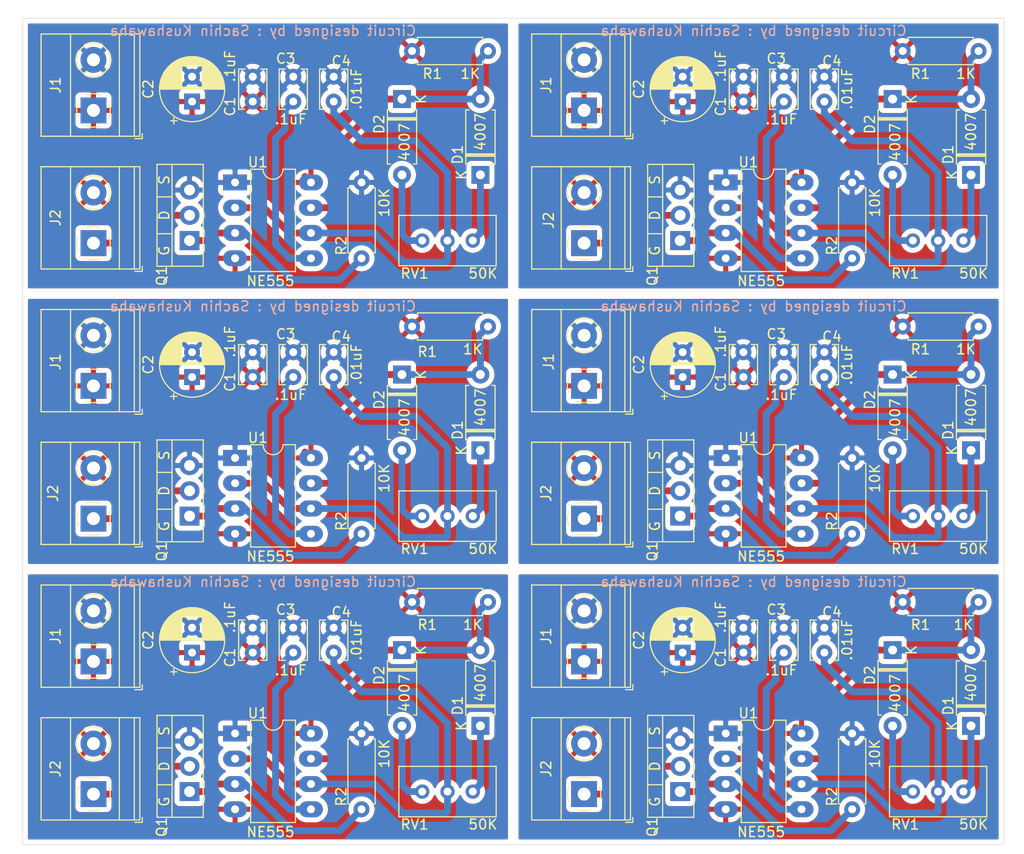
<source format=kicad_pcb>
(kicad_pcb (version 20171130) (host pcbnew 5.1.4+dfsg1-1~bpo10+1)
  (layers (0 F.Cu signal) (31 B.Cu signal) (34 B.Paste user) (35 F.Paste user) (36 B.SilkS user) (37 F.SilkS user) (38 B.Mask user) (39 F.Mask user) (44 Edge.Cuts user))
  (net 0 "")
  (net 1 GND)
  (net 2 +12V)
  (net 3 "Net-(C3-Pad1)")
  (net 4 "Net-(C4-Pad1)")
  (net 5 "Net-(D1-Pad2)")
  (net 6 "Net-(D1-Pad1)")
  (net 7 "Net-(D2-Pad2)")
  (net 8 "Net-(J2-Pad1)")
  (net 9 "Net-(Q1-Pad1)")
  (module Capacitor_THT:C_Disc_D3.8mm_W2.6mm_P2.50mm (layer F.Cu) (at 106.426 62.992 90)
    (fp_text reference C4 (at 4.064 0.762 180) (layer F.SilkS))
    (fp_text value " 0.01uF")
    (pad 1 thru_hole circle (at 0 0 90) (size 1.6 1.6) (drill 0.8) (layers *.Cu *.Mask))
    (pad 2 thru_hole circle (at 2.5 0 90) (size 1.6 1.6) (drill 0.8) (layers *.Cu *.Mask))
  )
  (module TerminalBlock_Phoenix:TerminalBlock_Phoenix_MKDS-1,5-2-5.08_1x02_P5.08mm_Horizontal (layer F.Cu) (at 82.296 104.902 90)
    (fp_text reference J2 (at 2.54 -3.81 90) (layer F.SilkS))
    (fp_text value Screw_Terminal_01x02)
    (pad 1 thru_hole rect (at 0 0 90) (size 2.6 2.6) (drill 1.3) (layers *.Cu *.Mask))
    (pad 2 thru_hole circle (at 5.08 0 90) (size 2.6 2.6) (drill 1.3) (layers *.Cu *.Mask))
  )
  (module Diode_THT:D_A-405_P7.62mm_Horizontal (layer F.Cu) (at 113.284 62.738 270)
    (fp_text reference D2 (at 2.54 2.286 90) (layer F.SilkS))
    (fp_text value " IN4007")
    (fp_text user K (at 0 -1.9 90) (layer F.SilkS))
    (pad 1 thru_hole rect (at 0 0 270) (size 1.8 1.8) (drill 0.9) (layers *.Cu *.Mask))
    (pad 2 thru_hole oval (at 7.62 0 270) (size 1.8 1.8) (drill 0.9) (layers *.Cu *.Mask))
  )
  (module Capacitor_THT:CP_Radial_D6.3mm_P2.50mm (layer F.Cu) (at 92.202 90.678 90)
    (fp_text reference C2 (at 1.25 -4.4 90) (layer F.SilkS))
    (fp_text value 470uF)
    (pad 1 thru_hole rect (at 0 0 90) (size 1.6 1.6) (drill 0.8) (layers *.Cu *.Mask))
    (pad 2 thru_hole circle (at 2.5 0 90) (size 1.6 1.6) (drill 0.8) (layers *.Cu *.Mask))
  )
  (module Capacitor_THT:C_Disc_D3.8mm_W2.6mm_P2.50mm (layer F.Cu) (at 98.298 90.678 90)
    (fp_text reference C1 (at -0.508 -2.286 90) (layer F.SilkS))
    (fp_text value 0.1uF)
    (pad 1 thru_hole circle (at 0 0 90) (size 1.6 1.6) (drill 0.8) (layers *.Cu *.Mask))
    (pad 2 thru_hole circle (at 2.5 0 90) (size 1.6 1.6) (drill 0.8) (layers *.Cu *.Mask))
  )
  (module Capacitor_THT:C_Disc_D3.8mm_W2.6mm_P2.50mm (layer F.Cu) (at 106.426 90.678 90)
    (fp_text reference C4 (at 4.064 0.762 180) (layer F.SilkS))
    (fp_text value " 0.01uF")
    (pad 1 thru_hole circle (at 0 0 90) (size 1.6 1.6) (drill 0.8) (layers *.Cu *.Mask))
    (pad 2 thru_hole circle (at 2.5 0 90) (size 1.6 1.6) (drill 0.8) (layers *.Cu *.Mask))
  )
  (module Potentiometer_THT:Potentiometer_Bourns_3386C_Horizontal (layer F.Cu) (at 115.316 104.648 90)
    (fp_text reference RV1 (at -3.302 -0.762 180) (layer F.SilkS))
    (fp_text value 50K)
    (pad 3 thru_hole circle (at 0 5.08 90) (size 1.44 1.44) (drill 0.8) (layers *.Cu *.Mask))
    (pad 2 thru_hole circle (at 0 2.54 90) (size 1.44 1.44) (drill 0.8) (layers *.Cu *.Mask))
    (pad 1 thru_hole circle (at 0 0 90) (size 1.44 1.44) (drill 0.8) (layers *.Cu *.Mask))
  )
  (module Capacitor_THT:CP_Radial_D6.3mm_P2.50mm (layer F.Cu) (at 92.202 62.992 90)
    (fp_text reference C2 (at 1.25 -4.4 90) (layer F.SilkS))
    (fp_text value 470uF)
    (pad 1 thru_hole rect (at 0 0 90) (size 1.6 1.6) (drill 0.8) (layers *.Cu *.Mask))
    (pad 2 thru_hole circle (at 2.5 0 90) (size 1.6 1.6) (drill 0.8) (layers *.Cu *.Mask))
  )
  (module Package_DIP:DIP-8_W7.62mm_LongPads (layer F.Cu) (at 96.52 43.434)
    (fp_text reference U1 (at 2.286 -2.032) (layer F.SilkS))
    (fp_text value NE555)
    (pad 8 thru_hole oval (at 7.62 0) (size 2.4 1.6) (drill 0.8) (layers *.Cu *.Mask))
    (pad 4 thru_hole oval (at 0 7.62) (size 2.4 1.6) (drill 0.8) (layers *.Cu *.Mask))
    (pad 7 thru_hole oval (at 7.62 2.54) (size 2.4 1.6) (drill 0.8) (layers *.Cu *.Mask))
    (pad 3 thru_hole oval (at 0 5.08) (size 2.4 1.6) (drill 0.8) (layers *.Cu *.Mask))
    (pad 6 thru_hole oval (at 7.62 5.08) (size 2.4 1.6) (drill 0.8) (layers *.Cu *.Mask))
    (pad 2 thru_hole oval (at 0 2.54) (size 2.4 1.6) (drill 0.8) (layers *.Cu *.Mask))
    (pad 5 thru_hole oval (at 7.62 7.62) (size 2.4 1.6) (drill 0.8) (layers *.Cu *.Mask))
    (pad 1 thru_hole rect (at 0 0) (size 2.4 1.6) (drill 0.8) (layers *.Cu *.Mask))
  )
  (module Resistor_THT:R_Axial_DIN0207_L6.3mm_D2.5mm_P7.62mm_Horizontal (layer F.Cu) (at 109.22 51.054 90)
    (fp_text reference R2 (at 1.27 -2.032 90) (layer F.SilkS))
    (fp_text value 10K)
    (pad 2 thru_hole oval (at 7.62 0 90) (size 1.6 1.6) (drill 0.8) (layers *.Cu *.Mask))
    (pad 1 thru_hole circle (at 0 0 90) (size 1.6 1.6) (drill 0.8) (layers *.Cu *.Mask))
  )
  (module Package_TO_SOT_THT:TO-220-3_Vertical (layer F.Cu) (at 91.948 49.276 90)
    (fp_text reference Q1 (at -3.556 -2.794 90) (layer F.SilkS))
    (fp_text value Q_NMOS_GDS)
    (pad 3 thru_hole oval (at 5.08 0 90) (size 1.905 2) (drill 1.1) (layers *.Cu *.Mask))
    (pad 2 thru_hole oval (at 2.54 0 90) (size 1.905 2) (drill 1.1) (layers *.Cu *.Mask))
    (pad 1 thru_hole rect (at 0 0 90) (size 1.905 2) (drill 1.1) (layers *.Cu *.Mask))
  )
  (module TerminalBlock_Phoenix:TerminalBlock_Phoenix_MKDS-1,5-2-5.08_1x02_P5.08mm_Horizontal (layer F.Cu) (at 82.296 49.53 90)
    (fp_text reference J2 (at 2.286 -3.556 90) (layer F.SilkS))
    (fp_text value Screw_Terminal_01x02)
    (pad 2 thru_hole circle (at 5.08 0 90) (size 2.6 2.6) (drill 1.3) (layers *.Cu *.Mask))
    (pad 1 thru_hole rect (at 0 0 90) (size 2.6 2.6) (drill 1.3) (layers *.Cu *.Mask))
  )
  (module Diode_THT:D_A-405_P7.62mm_Horizontal (layer F.Cu) (at 121.158 70.358 90)
    (fp_text reference D1 (at 2.032 -2.286 90) (layer F.SilkS))
    (fp_text value " IN4007")
    (fp_text user K (at 0 -1.9 90) (layer F.SilkS))
    (pad 1 thru_hole rect (at 0 0 90) (size 1.8 1.8) (drill 0.9) (layers *.Cu *.Mask))
    (pad 2 thru_hole oval (at 7.62 0 90) (size 1.8 1.8) (drill 0.9) (layers *.Cu *.Mask))
  )
  (module Capacitor_THT:C_Disc_D3.8mm_W2.6mm_P2.50mm (layer F.Cu) (at 102.362 35.306 90)
    (fp_text reference C3 (at 4.318 -0.762 180) (layer F.SilkS))
    (fp_text value " 0.1uF")
    (pad 2 thru_hole circle (at 2.5 0 90) (size 1.6 1.6) (drill 0.8) (layers *.Cu *.Mask))
    (pad 1 thru_hole circle (at 0 0 90) (size 1.6 1.6) (drill 0.8) (layers *.Cu *.Mask))
  )
  (module Capacitor_THT:CP_Radial_D6.3mm_P2.50mm (layer F.Cu) (at 92.202 35.306 90)
    (fp_text reference C2 (at 1.25 -4.4 90) (layer F.SilkS))
    (fp_text value 470uF)
    (pad 2 thru_hole circle (at 2.5 0 90) (size 1.6 1.6) (drill 0.8) (layers *.Cu *.Mask))
    (pad 1 thru_hole rect (at 0 0 90) (size 1.6 1.6) (drill 0.8) (layers *.Cu *.Mask))
  )
  (module Diode_THT:D_A-405_P7.62mm_Horizontal (layer F.Cu) (at 121.158 42.672 90)
    (fp_text reference D1 (at 2.032 -2.286 90) (layer F.SilkS))
    (fp_text value " IN4007")
    (fp_text user K (at 0 -1.9 90) (layer F.SilkS))
    (pad 2 thru_hole oval (at 7.62 0 90) (size 1.8 1.8) (drill 0.9) (layers *.Cu *.Mask))
    (pad 1 thru_hole rect (at 0 0 90) (size 1.8 1.8) (drill 0.9) (layers *.Cu *.Mask))
  )
  (module Diode_THT:D_A-405_P7.62mm_Horizontal (layer F.Cu) (at 113.284 35.052 270)
    (fp_text reference D2 (at 2.54 2.286 90) (layer F.SilkS))
    (fp_text value " IN4007")
    (fp_text user K (at 0 -1.9 90) (layer F.SilkS))
    (pad 2 thru_hole oval (at 7.62 0 270) (size 1.8 1.8) (drill 0.9) (layers *.Cu *.Mask))
    (pad 1 thru_hole rect (at 0 0 270) (size 1.8 1.8) (drill 0.9) (layers *.Cu *.Mask))
  )
  (module Capacitor_THT:C_Disc_D3.8mm_W2.6mm_P2.50mm (layer F.Cu) (at 98.298 35.306 90)
    (fp_text reference C1 (at -0.508 -2.286 90) (layer F.SilkS))
    (fp_text value 0.1uF)
    (pad 2 thru_hole circle (at 2.5 0 90) (size 1.6 1.6) (drill 0.8) (layers *.Cu *.Mask))
    (pad 1 thru_hole circle (at 0 0 90) (size 1.6 1.6) (drill 0.8) (layers *.Cu *.Mask))
  )
  (module Package_DIP:DIP-8_W7.62mm_LongPads (layer F.Cu) (at 96.52 71.12)
    (fp_text reference U1 (at 2.286 -2.032) (layer F.SilkS))
    (fp_text value NE555)
    (pad 1 thru_hole rect (at 0 0) (size 2.4 1.6) (drill 0.8) (layers *.Cu *.Mask))
    (pad 5 thru_hole oval (at 7.62 7.62) (size 2.4 1.6) (drill 0.8) (layers *.Cu *.Mask))
    (pad 2 thru_hole oval (at 0 2.54) (size 2.4 1.6) (drill 0.8) (layers *.Cu *.Mask))
    (pad 6 thru_hole oval (at 7.62 5.08) (size 2.4 1.6) (drill 0.8) (layers *.Cu *.Mask))
    (pad 3 thru_hole oval (at 0 5.08) (size 2.4 1.6) (drill 0.8) (layers *.Cu *.Mask))
    (pad 7 thru_hole oval (at 7.62 2.54) (size 2.4 1.6) (drill 0.8) (layers *.Cu *.Mask))
    (pad 4 thru_hole oval (at 0 7.62) (size 2.4 1.6) (drill 0.8) (layers *.Cu *.Mask))
    (pad 8 thru_hole oval (at 7.62 0) (size 2.4 1.6) (drill 0.8) (layers *.Cu *.Mask))
  )
  (module Diode_THT:D_A-405_P7.62mm_Horizontal (layer F.Cu) (at 113.284 90.424 270)
    (fp_text reference D2 (at 2.54 2.286 90) (layer F.SilkS))
    (fp_text value " IN4007")
    (fp_text user K (at 0 -1.9 90) (layer F.SilkS))
    (pad 1 thru_hole rect (at 0 0 270) (size 1.8 1.8) (drill 0.9) (layers *.Cu *.Mask))
    (pad 2 thru_hole oval (at 7.62 0 270) (size 1.8 1.8) (drill 0.9) (layers *.Cu *.Mask))
  )
  (module Resistor_THT:R_Axial_DIN0207_L6.3mm_D2.5mm_P7.62mm_Horizontal (layer F.Cu) (at 114.3 57.912)
    (fp_text reference R1 (at 1.778 2.286) (layer F.SilkS))
    (fp_text value 1K)
    (pad 1 thru_hole circle (at 0 0) (size 1.6 1.6) (drill 0.8) (layers *.Cu *.Mask))
    (pad 2 thru_hole oval (at 7.62 0) (size 1.6 1.6) (drill 0.8) (layers *.Cu *.Mask))
  )
  (module Resistor_THT:R_Axial_DIN0207_L6.3mm_D2.5mm_P7.62mm_Horizontal (layer F.Cu) (at 109.22 78.74 90)
    (fp_text reference R2 (at 1.27 -2.032 90) (layer F.SilkS))
    (fp_text value 10K)
    (pad 1 thru_hole circle (at 0 0 90) (size 1.6 1.6) (drill 0.8) (layers *.Cu *.Mask))
    (pad 2 thru_hole oval (at 7.62 0 90) (size 1.6 1.6) (drill 0.8) (layers *.Cu *.Mask))
  )
  (module Potentiometer_THT:Potentiometer_Bourns_3386C_Horizontal (layer F.Cu) (at 115.316 76.962 90)
    (fp_text reference RV1 (at -3.302 -0.762 180) (layer F.SilkS))
    (fp_text value 50K)
    (pad 3 thru_hole circle (at 0 5.08 90) (size 1.44 1.44) (drill 0.8) (layers *.Cu *.Mask))
    (pad 2 thru_hole circle (at 0 2.54 90) (size 1.44 1.44) (drill 0.8) (layers *.Cu *.Mask))
    (pad 1 thru_hole circle (at 0 0 90) (size 1.44 1.44) (drill 0.8) (layers *.Cu *.Mask))
  )
  (module Potentiometer_THT:Potentiometer_Bourns_3386C_Horizontal (layer F.Cu) (at 115.316 49.276 90)
    (fp_text reference RV1 (at -3.302 -0.762 180) (layer F.SilkS))
    (fp_text value 50K)
    (pad 1 thru_hole circle (at 0 0 90) (size 1.44 1.44) (drill 0.8) (layers *.Cu *.Mask))
    (pad 2 thru_hole circle (at 0 2.54 90) (size 1.44 1.44) (drill 0.8) (layers *.Cu *.Mask))
    (pad 3 thru_hole circle (at 0 5.08 90) (size 1.44 1.44) (drill 0.8) (layers *.Cu *.Mask))
  )
  (module Resistor_THT:R_Axial_DIN0207_L6.3mm_D2.5mm_P7.62mm_Horizontal (layer F.Cu) (at 114.3 30.226)
    (fp_text reference R1 (at 1.778 2.286) (layer F.SilkS))
    (fp_text value 1K)
    (pad 2 thru_hole oval (at 7.62 0) (size 1.6 1.6) (drill 0.8) (layers *.Cu *.Mask))
    (pad 1 thru_hole circle (at 0 0) (size 1.6 1.6) (drill 0.8) (layers *.Cu *.Mask))
  )
  (module TerminalBlock_Phoenix:TerminalBlock_Phoenix_MKDS-1,5-2-5.08_1x02_P5.08mm_Horizontal (layer F.Cu) (at 82.296 36.192 90)
    (fp_text reference J1 (at 2.54 -3.81 90) (layer F.SilkS))
    (fp_text value Screw_Terminal_01x02)
    (pad 2 thru_hole circle (at 5.08 0 90) (size 2.6 2.6) (drill 1.3) (layers *.Cu *.Mask))
    (pad 1 thru_hole rect (at 0 0 90) (size 2.6 2.6) (drill 1.3) (layers *.Cu *.Mask))
  )
  (module Capacitor_THT:C_Disc_D3.8mm_W2.6mm_P2.50mm (layer F.Cu) (at 106.426 35.306 90)
    (fp_text reference C4 (at 4.064 0.762 180) (layer F.SilkS))
    (fp_text value " 0.01uF")
    (pad 2 thru_hole circle (at 2.5 0 90) (size 1.6 1.6) (drill 0.8) (layers *.Cu *.Mask))
    (pad 1 thru_hole circle (at 0 0 90) (size 1.6 1.6) (drill 0.8) (layers *.Cu *.Mask))
  )
  (module Package_TO_SOT_THT:TO-220-3_Vertical (layer F.Cu) (at 91.948 76.962 90)
    (fp_text reference Q1 (at -3.556 -2.794 90) (layer F.SilkS))
    (fp_text value Q_NMOS_GDS)
    (pad 1 thru_hole rect (at 0 0 90) (size 1.905 2) (drill 1.1) (layers *.Cu *.Mask))
    (pad 2 thru_hole oval (at 2.54 0 90) (size 1.905 2) (drill 1.1) (layers *.Cu *.Mask))
    (pad 3 thru_hole oval (at 5.08 0 90) (size 1.905 2) (drill 1.1) (layers *.Cu *.Mask))
  )
  (module Diode_THT:D_A-405_P7.62mm_Horizontal (layer F.Cu) (at 121.158 98.044 90)
    (fp_text reference D1 (at 2.032 -2.286 90) (layer F.SilkS))
    (fp_text value " IN4007")
    (fp_text user K (at 0 -1.9 90) (layer F.SilkS))
    (pad 1 thru_hole rect (at 0 0 90) (size 1.8 1.8) (drill 0.9) (layers *.Cu *.Mask))
    (pad 2 thru_hole oval (at 7.62 0 90) (size 1.8 1.8) (drill 0.9) (layers *.Cu *.Mask))
  )
  (module TerminalBlock_Phoenix:TerminalBlock_Phoenix_MKDS-1,5-2-5.08_1x02_P5.08mm_Horizontal (layer F.Cu) (at 82.296 77.216 90)
    (fp_text reference J2 (at 2.54 -3.81 90) (layer F.SilkS))
    (fp_text value Screw_Terminal_01x02)
    (pad 1 thru_hole rect (at 0 0 90) (size 2.6 2.6) (drill 1.3) (layers *.Cu *.Mask))
    (pad 2 thru_hole circle (at 5.08 0 90) (size 2.6 2.6) (drill 1.3) (layers *.Cu *.Mask))
  )
  (module Capacitor_THT:C_Disc_D3.8mm_W2.6mm_P2.50mm (layer F.Cu) (at 98.298 62.992 90)
    (fp_text reference C1 (at -0.508 -2.286 90) (layer F.SilkS))
    (fp_text value 0.1uF)
    (pad 1 thru_hole circle (at 0 0 90) (size 1.6 1.6) (drill 0.8) (layers *.Cu *.Mask))
    (pad 2 thru_hole circle (at 2.5 0 90) (size 1.6 1.6) (drill 0.8) (layers *.Cu *.Mask))
  )
  (module Capacitor_THT:C_Disc_D3.8mm_W2.6mm_P2.50mm (layer F.Cu) (at 102.362 90.678 90)
    (fp_text reference C3 (at 4.318 -0.762 180) (layer F.SilkS))
    (fp_text value " 0.1uF")
    (pad 1 thru_hole circle (at 0 0 90) (size 1.6 1.6) (drill 0.8) (layers *.Cu *.Mask))
    (pad 2 thru_hole circle (at 2.5 0 90) (size 1.6 1.6) (drill 0.8) (layers *.Cu *.Mask))
  )
  (module Resistor_THT:R_Axial_DIN0207_L6.3mm_D2.5mm_P7.62mm_Horizontal (layer F.Cu) (at 109.22 106.426 90)
    (fp_text reference R2 (at 1.27 -2.032 90) (layer F.SilkS))
    (fp_text value 10K)
    (pad 1 thru_hole circle (at 0 0 90) (size 1.6 1.6) (drill 0.8) (layers *.Cu *.Mask))
    (pad 2 thru_hole oval (at 7.62 0 90) (size 1.6 1.6) (drill 0.8) (layers *.Cu *.Mask))
  )
  (module Resistor_THT:R_Axial_DIN0207_L6.3mm_D2.5mm_P7.62mm_Horizontal (layer F.Cu) (at 114.3 85.598)
    (fp_text reference R1 (at 1.778 2.286) (layer F.SilkS))
    (fp_text value 1K)
    (pad 1 thru_hole circle (at 0 0) (size 1.6 1.6) (drill 0.8) (layers *.Cu *.Mask))
    (pad 2 thru_hole oval (at 7.62 0) (size 1.6 1.6) (drill 0.8) (layers *.Cu *.Mask))
  )
  (module TerminalBlock_Phoenix:TerminalBlock_Phoenix_MKDS-1,5-2-5.08_1x02_P5.08mm_Horizontal (layer F.Cu) (at 82.296 91.564 90)
    (fp_text reference J1 (at 2.54 -3.81 90) (layer F.SilkS))
    (fp_text value Screw_Terminal_01x02)
    (pad 1 thru_hole rect (at 0 0 90) (size 2.6 2.6) (drill 1.3) (layers *.Cu *.Mask))
    (pad 2 thru_hole circle (at 5.08 0 90) (size 2.6 2.6) (drill 1.3) (layers *.Cu *.Mask))
  )
  (module Capacitor_THT:C_Disc_D3.8mm_W2.6mm_P2.50mm (layer F.Cu) (at 102.362 62.992 90)
    (fp_text reference C3 (at 4.318 -0.762 180) (layer F.SilkS))
    (fp_text value " 0.1uF")
    (pad 1 thru_hole circle (at 0 0 90) (size 1.6 1.6) (drill 0.8) (layers *.Cu *.Mask))
    (pad 2 thru_hole circle (at 2.5 0 90) (size 1.6 1.6) (drill 0.8) (layers *.Cu *.Mask))
  )
  (module Package_DIP:DIP-8_W7.62mm_LongPads (layer F.Cu) (at 96.52 98.806)
    (fp_text reference U1 (at 2.286 -2.032) (layer F.SilkS))
    (fp_text value NE555)
    (pad 1 thru_hole rect (at 0 0) (size 2.4 1.6) (drill 0.8) (layers *.Cu *.Mask))
    (pad 5 thru_hole oval (at 7.62 7.62) (size 2.4 1.6) (drill 0.8) (layers *.Cu *.Mask))
    (pad 2 thru_hole oval (at 0 2.54) (size 2.4 1.6) (drill 0.8) (layers *.Cu *.Mask))
    (pad 6 thru_hole oval (at 7.62 5.08) (size 2.4 1.6) (drill 0.8) (layers *.Cu *.Mask))
    (pad 3 thru_hole oval (at 0 5.08) (size 2.4 1.6) (drill 0.8) (layers *.Cu *.Mask))
    (pad 7 thru_hole oval (at 7.62 2.54) (size 2.4 1.6) (drill 0.8) (layers *.Cu *.Mask))
    (pad 4 thru_hole oval (at 0 7.62) (size 2.4 1.6) (drill 0.8) (layers *.Cu *.Mask))
    (pad 8 thru_hole oval (at 7.62 0) (size 2.4 1.6) (drill 0.8) (layers *.Cu *.Mask))
  )
  (module Package_TO_SOT_THT:TO-220-3_Vertical (layer F.Cu) (at 91.948 104.648 90)
    (fp_text reference Q1 (at -3.556 -2.794 90) (layer F.SilkS))
    (fp_text value Q_NMOS_GDS)
    (pad 1 thru_hole rect (at 0 0 90) (size 1.905 2) (drill 1.1) (layers *.Cu *.Mask))
    (pad 2 thru_hole oval (at 2.54 0 90) (size 1.905 2) (drill 1.1) (layers *.Cu *.Mask))
    (pad 3 thru_hole oval (at 5.08 0 90) (size 1.905 2) (drill 1.1) (layers *.Cu *.Mask))
  )
  (module TerminalBlock_Phoenix:TerminalBlock_Phoenix_MKDS-1,5-2-5.08_1x02_P5.08mm_Horizontal (layer F.Cu) (at 82.296 63.878 90)
    (fp_text reference J1 (at 2.41 -3.556 90) (layer F.SilkS))
    (fp_text value Screw_Terminal_01x02)
    (pad 1 thru_hole rect (at 0 0 90) (size 2.6 2.6) (drill 1.3) (layers *.Cu *.Mask))
    (pad 2 thru_hole circle (at 5.08 0 90) (size 2.6 2.6) (drill 1.3) (layers *.Cu *.Mask))
  )
  (module Package_DIP:DIP-8_W7.62mm_LongPads (layer F.Cu) (at 47.244 98.806)
    (fp_text reference U1 (at 2.286 -2.032) (layer F.SilkS))
    (fp_text value NE555)
    (pad 8 thru_hole oval (at 7.62 0) (size 2.4 1.6) (drill 0.8) (layers *.Cu *.Mask))
    (pad 4 thru_hole oval (at 0 7.62) (size 2.4 1.6) (drill 0.8) (layers *.Cu *.Mask))
    (pad 7 thru_hole oval (at 7.62 2.54) (size 2.4 1.6) (drill 0.8) (layers *.Cu *.Mask))
    (pad 3 thru_hole oval (at 0 5.08) (size 2.4 1.6) (drill 0.8) (layers *.Cu *.Mask))
    (pad 6 thru_hole oval (at 7.62 5.08) (size 2.4 1.6) (drill 0.8) (layers *.Cu *.Mask))
    (pad 2 thru_hole oval (at 0 2.54) (size 2.4 1.6) (drill 0.8) (layers *.Cu *.Mask))
    (pad 5 thru_hole oval (at 7.62 7.62) (size 2.4 1.6) (drill 0.8) (layers *.Cu *.Mask))
    (pad 1 thru_hole rect (at 0 0) (size 2.4 1.6) (drill 0.8) (layers *.Cu *.Mask))
  )
  (module Resistor_THT:R_Axial_DIN0207_L6.3mm_D2.5mm_P7.62mm_Horizontal (layer F.Cu) (at 59.944 106.426 90)
    (fp_text reference R2 (at 1.27 -2.032 90) (layer F.SilkS))
    (fp_text value 10K)
    (pad 2 thru_hole oval (at 7.62 0 90) (size 1.6 1.6) (drill 0.8) (layers *.Cu *.Mask))
    (pad 1 thru_hole circle (at 0 0 90) (size 1.6 1.6) (drill 0.8) (layers *.Cu *.Mask))
  )
  (module Package_TO_SOT_THT:TO-220-3_Vertical (layer F.Cu) (at 42.672 104.648 90)
    (fp_text reference Q1 (at -3.556 -2.794 90) (layer F.SilkS))
    (fp_text value Q_NMOS_GDS)
    (pad 3 thru_hole oval (at 5.08 0 90) (size 1.905 2) (drill 1.1) (layers *.Cu *.Mask))
    (pad 2 thru_hole oval (at 2.54 0 90) (size 1.905 2) (drill 1.1) (layers *.Cu *.Mask))
    (pad 1 thru_hole rect (at 0 0 90) (size 1.905 2) (drill 1.1) (layers *.Cu *.Mask))
  )
  (module TerminalBlock_Phoenix:TerminalBlock_Phoenix_MKDS-1,5-2-5.08_1x02_P5.08mm_Horizontal (layer F.Cu) (at 33.02 104.902 90)
    (fp_text reference J2 (at 2.54 -3.81 90) (layer F.SilkS))
    (fp_text value Screw_Terminal_01x02)
    (pad 2 thru_hole circle (at 5.08 0 90) (size 2.6 2.6) (drill 1.3) (layers *.Cu *.Mask))
    (pad 1 thru_hole rect (at 0 0 90) (size 2.6 2.6) (drill 1.3) (layers *.Cu *.Mask))
  )
  (module Capacitor_THT:C_Disc_D3.8mm_W2.6mm_P2.50mm (layer F.Cu) (at 53.086 90.678 90)
    (fp_text reference C3 (at 4.318 -0.762 180) (layer F.SilkS))
    (fp_text value " 0.1uF")
    (pad 2 thru_hole circle (at 2.5 0 90) (size 1.6 1.6) (drill 0.8) (layers *.Cu *.Mask))
    (pad 1 thru_hole circle (at 0 0 90) (size 1.6 1.6) (drill 0.8) (layers *.Cu *.Mask))
  )
  (module Capacitor_THT:CP_Radial_D6.3mm_P2.50mm (layer F.Cu) (at 42.926 90.678 90)
    (fp_text reference C2 (at 1.25 -4.4 90) (layer F.SilkS))
    (fp_text value 470uF)
    (pad 2 thru_hole circle (at 2.5 0 90) (size 1.6 1.6) (drill 0.8) (layers *.Cu *.Mask))
    (pad 1 thru_hole rect (at 0 0 90) (size 1.6 1.6) (drill 0.8) (layers *.Cu *.Mask))
  )
  (module Diode_THT:D_A-405_P7.62mm_Horizontal (layer F.Cu) (at 71.882 98.044 90)
    (fp_text reference D1 (at 2.032 -2.286 90) (layer F.SilkS))
    (fp_text value " IN4007")
    (fp_text user K (at 0 -1.9 90) (layer F.SilkS))
    (pad 2 thru_hole oval (at 7.62 0 90) (size 1.8 1.8) (drill 0.9) (layers *.Cu *.Mask))
    (pad 1 thru_hole rect (at 0 0 90) (size 1.8 1.8) (drill 0.9) (layers *.Cu *.Mask))
  )
  (module Diode_THT:D_A-405_P7.62mm_Horizontal (layer F.Cu) (at 64.008 90.424 270)
    (fp_text reference D2 (at 2.54 2.286 90) (layer F.SilkS))
    (fp_text value " IN4007")
    (fp_text user K (at 0 -1.9 90) (layer F.SilkS))
    (pad 2 thru_hole oval (at 7.62 0 270) (size 1.8 1.8) (drill 0.9) (layers *.Cu *.Mask))
    (pad 1 thru_hole rect (at 0 0 270) (size 1.8 1.8) (drill 0.9) (layers *.Cu *.Mask))
  )
  (module Capacitor_THT:C_Disc_D3.8mm_W2.6mm_P2.50mm (layer F.Cu) (at 49.022 90.678 90)
    (fp_text reference C1 (at -0.508 -2.286 90) (layer F.SilkS))
    (fp_text value 0.1uF)
    (pad 2 thru_hole circle (at 2.5 0 90) (size 1.6 1.6) (drill 0.8) (layers *.Cu *.Mask))
    (pad 1 thru_hole circle (at 0 0 90) (size 1.6 1.6) (drill 0.8) (layers *.Cu *.Mask))
  )
  (module Potentiometer_THT:Potentiometer_Bourns_3386C_Horizontal (layer F.Cu) (at 66.04 104.648 90)
    (fp_text reference RV1 (at -3.302 -0.762 180) (layer F.SilkS))
    (fp_text value 50K)
    (pad 1 thru_hole circle (at 0 0 90) (size 1.44 1.44) (drill 0.8) (layers *.Cu *.Mask))
    (pad 2 thru_hole circle (at 0 2.54 90) (size 1.44 1.44) (drill 0.8) (layers *.Cu *.Mask))
    (pad 3 thru_hole circle (at 0 5.08 90) (size 1.44 1.44) (drill 0.8) (layers *.Cu *.Mask))
  )
  (module Resistor_THT:R_Axial_DIN0207_L6.3mm_D2.5mm_P7.62mm_Horizontal (layer F.Cu) (at 65.024 85.598)
    (fp_text reference R1 (at 1.524 2.286) (layer F.SilkS))
    (fp_text value 1K)
    (pad 2 thru_hole oval (at 7.62 0) (size 1.6 1.6) (drill 0.8) (layers *.Cu *.Mask))
    (pad 1 thru_hole circle (at 0 0) (size 1.6 1.6) (drill 0.8) (layers *.Cu *.Mask))
  )
  (module TerminalBlock_Phoenix:TerminalBlock_Phoenix_MKDS-1,5-2-5.08_1x02_P5.08mm_Horizontal (layer F.Cu) (at 33.02 91.564 90)
    (fp_text reference J1 (at 2.54 -3.81 90) (layer F.SilkS))
    (fp_text value Screw_Terminal_01x02)
    (pad 2 thru_hole circle (at 5.08 0 90) (size 2.6 2.6) (drill 1.3) (layers *.Cu *.Mask))
    (pad 1 thru_hole rect (at 0 0 90) (size 2.6 2.6) (drill 1.3) (layers *.Cu *.Mask))
  )
  (module Capacitor_THT:C_Disc_D3.8mm_W2.6mm_P2.50mm (layer F.Cu) (at 57.15 90.678 90)
    (fp_text reference C4 (at 4.064 0.762 180) (layer F.SilkS))
    (fp_text value " 0.01uF")
    (pad 2 thru_hole circle (at 2.5 0 90) (size 1.6 1.6) (drill 0.8) (layers *.Cu *.Mask))
    (pad 1 thru_hole circle (at 0 0 90) (size 1.6 1.6) (drill 0.8) (layers *.Cu *.Mask))
  )
  (module Package_DIP:DIP-8_W7.62mm_LongPads (layer F.Cu) (at 47.244 71.12)
    (fp_text reference U1 (at 2.286 -2.032) (layer F.SilkS))
    (fp_text value NE555)
    (pad 8 thru_hole oval (at 7.62 0) (size 2.4 1.6) (drill 0.8) (layers *.Cu *.Mask))
    (pad 4 thru_hole oval (at 0 7.62) (size 2.4 1.6) (drill 0.8) (layers *.Cu *.Mask))
    (pad 7 thru_hole oval (at 7.62 2.54) (size 2.4 1.6) (drill 0.8) (layers *.Cu *.Mask))
    (pad 3 thru_hole oval (at 0 5.08) (size 2.4 1.6) (drill 0.8) (layers *.Cu *.Mask))
    (pad 6 thru_hole oval (at 7.62 5.08) (size 2.4 1.6) (drill 0.8) (layers *.Cu *.Mask))
    (pad 2 thru_hole oval (at 0 2.54) (size 2.4 1.6) (drill 0.8) (layers *.Cu *.Mask))
    (pad 5 thru_hole oval (at 7.62 7.62) (size 2.4 1.6) (drill 0.8) (layers *.Cu *.Mask))
    (pad 1 thru_hole rect (at 0 0) (size 2.4 1.6) (drill 0.8) (layers *.Cu *.Mask))
  )
  (module Resistor_THT:R_Axial_DIN0207_L6.3mm_D2.5mm_P7.62mm_Horizontal (layer F.Cu) (at 59.944 78.74 90)
    (fp_text reference R2 (at 1.27 -2.032 90) (layer F.SilkS))
    (fp_text value 10K)
    (pad 2 thru_hole oval (at 7.62 0 90) (size 1.6 1.6) (drill 0.8) (layers *.Cu *.Mask))
    (pad 1 thru_hole circle (at 0 0 90) (size 1.6 1.6) (drill 0.8) (layers *.Cu *.Mask))
  )
  (module Package_TO_SOT_THT:TO-220-3_Vertical (layer F.Cu) (at 42.672 76.962 90)
    (fp_text reference Q1 (at -3.556 -2.794 90) (layer F.SilkS))
    (fp_text value Q_NMOS_GDS)
    (pad 3 thru_hole oval (at 5.08 0 90) (size 1.905 2) (drill 1.1) (layers *.Cu *.Mask))
    (pad 2 thru_hole oval (at 2.54 0 90) (size 1.905 2) (drill 1.1) (layers *.Cu *.Mask))
    (pad 1 thru_hole rect (at 0 0 90) (size 1.905 2) (drill 1.1) (layers *.Cu *.Mask))
  )
  (module TerminalBlock_Phoenix:TerminalBlock_Phoenix_MKDS-1,5-2-5.08_1x02_P5.08mm_Horizontal (layer F.Cu) (at 33.02 77.216 90)
    (fp_text reference J2 (at 2.54 -4.064 90) (layer F.SilkS))
    (fp_text value Screw_Terminal_01x02)
    (pad 2 thru_hole circle (at 5.08 0 90) (size 2.6 2.6) (drill 1.3) (layers *.Cu *.Mask))
    (pad 1 thru_hole rect (at 0 0 90) (size 2.6 2.6) (drill 1.3) (layers *.Cu *.Mask))
  )
  (module Capacitor_THT:C_Disc_D3.8mm_W2.6mm_P2.50mm (layer F.Cu) (at 53.086 62.992 90)
    (fp_text reference C3 (at 4.318 -0.762 180) (layer F.SilkS))
    (fp_text value " 0.1uF")
    (pad 2 thru_hole circle (at 2.5 0 90) (size 1.6 1.6) (drill 0.8) (layers *.Cu *.Mask))
    (pad 1 thru_hole circle (at 0 0 90) (size 1.6 1.6) (drill 0.8) (layers *.Cu *.Mask))
  )
  (module Capacitor_THT:CP_Radial_D6.3mm_P2.50mm (layer F.Cu) (at 42.926 62.992 90)
    (fp_text reference C2 (at 1.25 -4.4 90) (layer F.SilkS))
    (fp_text value 470uF)
    (pad 2 thru_hole circle (at 2.5 0 90) (size 1.6 1.6) (drill 0.8) (layers *.Cu *.Mask))
    (pad 1 thru_hole rect (at 0 0 90) (size 1.6 1.6) (drill 0.8) (layers *.Cu *.Mask))
  )
  (module Diode_THT:D_A-405_P7.62mm_Horizontal (layer F.Cu) (at 71.882 70.358 90)
    (fp_text reference D1 (at 2.032 -2.286 90) (layer F.SilkS))
    (fp_text value " IN4007")
    (fp_text user K (at 0 -1.9 90) (layer F.SilkS))
    (pad 2 thru_hole oval (at 7.62 0 90) (size 1.8 1.8) (drill 0.9) (layers *.Cu *.Mask))
    (pad 1 thru_hole rect (at 0 0 90) (size 1.8 1.8) (drill 0.9) (layers *.Cu *.Mask))
  )
  (module Diode_THT:D_A-405_P7.62mm_Horizontal (layer F.Cu) (at 64.008 62.738 270)
    (fp_text reference D2 (at 2.54 2.286 90) (layer F.SilkS))
    (fp_text value " IN4007")
    (fp_text user K (at 0 -1.9 90) (layer F.SilkS))
    (pad 2 thru_hole oval (at 7.62 0 270) (size 1.8 1.8) (drill 0.9) (layers *.Cu *.Mask))
    (pad 1 thru_hole rect (at 0 0 270) (size 1.8 1.8) (drill 0.9) (layers *.Cu *.Mask))
  )
  (module Capacitor_THT:C_Disc_D3.8mm_W2.6mm_P2.50mm (layer F.Cu) (at 49.022 62.992 90)
    (fp_text reference C1 (at -0.508 -2.286 90) (layer F.SilkS))
    (fp_text value 0.1uF)
    (pad 2 thru_hole circle (at 2.5 0 90) (size 1.6 1.6) (drill 0.8) (layers *.Cu *.Mask))
    (pad 1 thru_hole circle (at 0 0 90) (size 1.6 1.6) (drill 0.8) (layers *.Cu *.Mask))
  )
  (module Potentiometer_THT:Potentiometer_Bourns_3386C_Horizontal (layer F.Cu) (at 66.04 76.962 90)
    (fp_text reference RV1 (at -3.302 -0.762 180) (layer F.SilkS))
    (fp_text value 50K)
    (pad 1 thru_hole circle (at 0 0 90) (size 1.44 1.44) (drill 0.8) (layers *.Cu *.Mask))
    (pad 2 thru_hole circle (at 0 2.54 90) (size 1.44 1.44) (drill 0.8) (layers *.Cu *.Mask))
    (pad 3 thru_hole circle (at 0 5.08 90) (size 1.44 1.44) (drill 0.8) (layers *.Cu *.Mask))
  )
  (module Resistor_THT:R_Axial_DIN0207_L6.3mm_D2.5mm_P7.62mm_Horizontal (layer F.Cu) (at 65.024 57.912)
    (fp_text reference R1 (at 1.524 2.54) (layer F.SilkS))
    (fp_text value 1K)
    (pad 2 thru_hole oval (at 7.62 0) (size 1.6 1.6) (drill 0.8) (layers *.Cu *.Mask))
    (pad 1 thru_hole circle (at 0 0) (size 1.6 1.6) (drill 0.8) (layers *.Cu *.Mask))
  )
  (module TerminalBlock_Phoenix:TerminalBlock_Phoenix_MKDS-1,5-2-5.08_1x02_P5.08mm_Horizontal (layer F.Cu) (at 33.02 63.878 90)
    (fp_text reference J1 (at 2.41 -3.81 90) (layer F.SilkS))
    (fp_text value Screw_Terminal_01x02)
    (pad 2 thru_hole circle (at 5.08 0 90) (size 2.6 2.6) (drill 1.3) (layers *.Cu *.Mask))
    (pad 1 thru_hole rect (at 0 0 90) (size 2.6 2.6) (drill 1.3) (layers *.Cu *.Mask))
  )
  (module Capacitor_THT:C_Disc_D3.8mm_W2.6mm_P2.50mm (layer F.Cu) (at 57.15 62.992 90)
    (fp_text reference C4 (at 4.064 0.762 180) (layer F.SilkS))
    (fp_text value " 0.01uF")
    (pad 2 thru_hole circle (at 2.5 0 90) (size 1.6 1.6) (drill 0.8) (layers *.Cu *.Mask))
    (pad 1 thru_hole circle (at 0 0 90) (size 1.6 1.6) (drill 0.8) (layers *.Cu *.Mask))
  )
  (module Package_DIP:DIP-8_W7.62mm_LongPads (layer F.Cu) (at 47.244 43.434)
    (fp_text reference U1 (at 2.286 -2.032) (layer F.SilkS))
    (fp_text value NE555)
    (pad 1 thru_hole rect (at 0 0) (size 2.4 1.6) (drill 0.8) (layers *.Cu *.Mask) (net 1 GND))
    (pad 5 thru_hole oval (at 7.62 7.62) (size 2.4 1.6) (drill 0.8) (layers *.Cu *.Mask) (net 3 "Net-(C3-Pad1)"))
    (pad 2 thru_hole oval (at 0 2.54) (size 2.4 1.6) (drill 0.8) (layers *.Cu *.Mask) (net 4 "Net-(C4-Pad1)"))
    (pad 6 thru_hole oval (at 7.62 5.08) (size 2.4 1.6) (drill 0.8) (layers *.Cu *.Mask) (net 4 "Net-(C4-Pad1)"))
    (pad 3 thru_hole oval (at 0 5.08) (size 2.4 1.6) (drill 0.8) (layers *.Cu *.Mask) (net 9 "Net-(Q1-Pad1)"))
    (pad 7 thru_hole oval (at 7.62 2.54) (size 2.4 1.6) (drill 0.8) (layers *.Cu *.Mask) (net 5 "Net-(D1-Pad2)"))
    (pad 4 thru_hole oval (at 0 7.62) (size 2.4 1.6) (drill 0.8) (layers *.Cu *.Mask) (net 2 +12V))
    (pad 8 thru_hole oval (at 7.62 0) (size 2.4 1.6) (drill 0.8) (layers *.Cu *.Mask) (net 2 +12V))
  )
  (module Potentiometer_THT:Potentiometer_Bourns_3386C_Horizontal (layer F.Cu) (at 66.04 49.276 90)
    (fp_text reference RV1 (at -3.302 -0.762 180) (layer F.SilkS))
    (fp_text value 50K)
    (pad 3 thru_hole circle (at 0 5.08 90) (size 1.44 1.44) (drill 0.8) (layers *.Cu *.Mask) (net 6 "Net-(D1-Pad1)"))
    (pad 2 thru_hole circle (at 0 2.54 90) (size 1.44 1.44) (drill 0.8) (layers *.Cu *.Mask) (net 4 "Net-(C4-Pad1)"))
    (pad 1 thru_hole circle (at 0 0 90) (size 1.44 1.44) (drill 0.8) (layers *.Cu *.Mask) (net 7 "Net-(D2-Pad2)"))
  )
  (module Resistor_THT:R_Axial_DIN0207_L6.3mm_D2.5mm_P7.62mm_Horizontal (layer F.Cu) (at 59.944 51.054 90)
    (fp_text reference R2 (at 1.27 -2.032 90) (layer F.SilkS))
    (fp_text value 10K)
    (pad 1 thru_hole circle (at 0 0 90) (size 1.6 1.6) (drill 0.8) (layers *.Cu *.Mask) (net 9 "Net-(Q1-Pad1)"))
    (pad 2 thru_hole oval (at 7.62 0 90) (size 1.6 1.6) (drill 0.8) (layers *.Cu *.Mask) (net 1 GND))
  )
  (module Resistor_THT:R_Axial_DIN0207_L6.3mm_D2.5mm_P7.62mm_Horizontal (layer F.Cu) (at 65.024 30.226)
    (fp_text reference R1 (at 2.032 2.286) (layer F.SilkS))
    (fp_text value 1K)
    (pad 1 thru_hole circle (at 0 0) (size 1.6 1.6) (drill 0.8) (layers *.Cu *.Mask) (net 2 +12V))
    (pad 2 thru_hole oval (at 7.62 0) (size 1.6 1.6) (drill 0.8) (layers *.Cu *.Mask) (net 5 "Net-(D1-Pad2)"))
  )
  (module Package_TO_SOT_THT:TO-220-3_Vertical (layer F.Cu) (at 42.672 49.276 90)
    (fp_text reference Q1 (at -3.556 -2.794 90) (layer F.SilkS))
    (fp_text value Q_NMOS_GDS)
    (pad 1 thru_hole rect (at 0 0 90) (size 1.905 2) (drill 1.1) (layers *.Cu *.Mask) (net 9 "Net-(Q1-Pad1)"))
    (pad 2 thru_hole oval (at 2.54 0 90) (size 1.905 2) (drill 1.1) (layers *.Cu *.Mask) (net 8 "Net-(J2-Pad1)"))
    (pad 3 thru_hole oval (at 5.08 0 90) (size 1.905 2) (drill 1.1) (layers *.Cu *.Mask) (net 1 GND))
  )
  (module TerminalBlock_Phoenix:TerminalBlock_Phoenix_MKDS-1,5-2-5.08_1x02_P5.08mm_Horizontal (layer F.Cu) (at 33.02 49.53 90)
    (fp_text reference J2 (at 2.54 -3.81 90) (layer F.SilkS))
    (fp_text value Screw_Terminal_01x02)
    (pad 1 thru_hole rect (at 0 0 90) (size 2.6 2.6) (drill 1.3) (layers *.Cu *.Mask) (net 8 "Net-(J2-Pad1)"))
    (pad 2 thru_hole circle (at 5.08 0 90) (size 2.6 2.6) (drill 1.3) (layers *.Cu *.Mask) (net 2 +12V))
  )
  (module TerminalBlock_Phoenix:TerminalBlock_Phoenix_MKDS-1,5-2-5.08_1x02_P5.08mm_Horizontal (layer F.Cu) (at 33.02 36.192 90)
    (fp_text reference J1 (at 2.54 -3.81 90) (layer F.SilkS))
    (fp_text value Screw_Terminal_01x02)
    (pad 1 thru_hole rect (at 0 0 90) (size 2.6 2.6) (drill 1.3) (layers *.Cu *.Mask) (net 2 +12V))
    (pad 2 thru_hole circle (at 5.08 0 90) (size 2.6 2.6) (drill 1.3) (layers *.Cu *.Mask) (net 1 GND))
  )
  (module Diode_THT:D_A-405_P7.62mm_Horizontal (layer F.Cu) (at 64.008 35.052 270)
    (fp_text reference D2 (at 2.54 2.286 90) (layer F.SilkS))
    (fp_text value " IN4007")
    (fp_text user K (at 0 -1.9 90) (layer F.SilkS))
    (pad 1 thru_hole rect (at 0 0 270) (size 1.8 1.8) (drill 0.9) (layers *.Cu *.Mask) (net 5 "Net-(D1-Pad2)"))
    (pad 2 thru_hole oval (at 7.62 0 270) (size 1.8 1.8) (drill 0.9) (layers *.Cu *.Mask) (net 7 "Net-(D2-Pad2)"))
  )
  (module Diode_THT:D_A-405_P7.62mm_Horizontal (layer F.Cu) (at 71.882 42.672 90)
    (fp_text reference D1 (at 2.032 -2.286 90) (layer F.SilkS))
    (fp_text value " IN4007")
    (fp_text user K (at 0 -1.9 90) (layer F.SilkS))
    (pad 1 thru_hole rect (at 0 0 90) (size 1.8 1.8) (drill 0.9) (layers *.Cu *.Mask) (net 6 "Net-(D1-Pad1)"))
    (pad 2 thru_hole oval (at 7.62 0 90) (size 1.8 1.8) (drill 0.9) (layers *.Cu *.Mask) (net 5 "Net-(D1-Pad2)"))
  )
  (module Capacitor_THT:C_Disc_D3.8mm_W2.6mm_P2.50mm (layer F.Cu) (at 57.15 35.306 90)
    (fp_text reference C4 (at 4.064 0.762 180) (layer F.SilkS))
    (fp_text value " 0.01uF")
    (pad 1 thru_hole circle (at 0 0 90) (size 1.6 1.6) (drill 0.8) (layers *.Cu *.Mask) (net 4 "Net-(C4-Pad1)"))
    (pad 2 thru_hole circle (at 2.5 0 90) (size 1.6 1.6) (drill 0.8) (layers *.Cu *.Mask) (net 1 GND))
  )
  (module Capacitor_THT:C_Disc_D3.8mm_W2.6mm_P2.50mm (layer F.Cu) (at 53.086 35.306 90)
    (fp_text reference C3 (at 4.318 -0.762 180) (layer F.SilkS))
    (fp_text value " 0.1uF")
    (pad 1 thru_hole circle (at 0 0 90) (size 1.6 1.6) (drill 0.8) (layers *.Cu *.Mask) (net 3 "Net-(C3-Pad1)"))
    (pad 2 thru_hole circle (at 2.5 0 90) (size 1.6 1.6) (drill 0.8) (layers *.Cu *.Mask) (net 1 GND))
  )
  (module Capacitor_THT:CP_Radial_D6.3mm_P2.50mm (layer F.Cu) (at 42.926 35.306 90)
    (fp_text reference C2 (at 1.25 -4.4 90) (layer F.SilkS))
    (fp_text value 470uF)
    (pad 1 thru_hole rect (at 0 0 90) (size 1.6 1.6) (drill 0.8) (layers *.Cu *.Mask) (net 2 +12V))
    (pad 2 thru_hole circle (at 2.5 0 90) (size 1.6 1.6) (drill 0.8) (layers *.Cu *.Mask) (net 1 GND))
  )
  (module Capacitor_THT:C_Disc_D3.8mm_W2.6mm_P2.50mm (layer F.Cu) (at 49.022 35.306 90)
    (fp_text reference C1 (at -0.508 -2.286 90) (layer F.SilkS))
    (fp_text value 0.1uF)
    (pad 1 thru_hole circle (at 0 0 90) (size 1.6 1.6) (drill 0.8) (layers *.Cu *.Mask) (net 2 +12V))
    (pad 2 thru_hole circle (at 2.5 0 90) (size 1.6 1.6) (drill 0.8) (layers *.Cu *.Mask) (net 1 GND))
  )
  (gr_text 1K (at 120.396 87.884) (layer F.SilkS) (effects (font (size 1 1))))
  (gr_text .01uF (at 108.712 89.408 90) (layer F.SilkS) (effects (font (size 1 1))))
  (gr_text .1uF (at 102.108 92.456) (layer F.SilkS) (effects (font (size 1 1))))
  (gr_text 4007 (at 113.538 94.742 90) (layer F.SilkS) (effects (font (size 1 1))))
  (gr_text 4007 (at 121.158 93.726 90) (layer F.SilkS) (effects (font (size 1 1))))
  (gr_text 1K (at 120.65 60.198) (layer F.SilkS) (effects (font (size 1 1))))
  (gr_text S (at 89.408 98.552 90) (layer F.SilkS) (effects (font (size 1 1))))
  (gr_line (start 124.46 109.982) (end 75.184 109.982) (layer Edge.Cuts) (width 0.05))
  (gr_text G (at 89.408 105.664 90) (layer F.SilkS) (effects (font (size 1 1))))
  (gr_text NE555 (at 100.076 108.712) (layer F.SilkS) (effects (font (size 1 1))))
  (gr_text 4007 (at 113.538 67.056 90) (layer F.SilkS) (effects (font (size 1 1))))
  (gr_text 10K (at 111.506 100.838 90) (layer F.SilkS) (effects (font (size 1 1))))
  (gr_text S (at 89.408 70.866 90) (layer F.SilkS) (effects (font (size 1 1))))
  (gr_text G (at 89.408 77.978 90) (layer F.SilkS) (effects (font (size 1 1))))
  (gr_text .1uF (at 96.012 31.75 90) (layer F.SilkS) (effects (font (size 1 1))))
  (gr_line (start 75.184 26.924) (end 124.46 26.924) (layer Edge.Cuts) (width 0.05))
  (gr_line (start 124.46 54.61) (end 124.46 82.296) (layer Edge.Cuts) (width 0.05))
  (gr_text S (at 89.408 43.18 90) (layer F.SilkS) (effects (font (size 1 1))))
  (gr_text 10K (at 111.506 45.466 90) (layer F.SilkS) (effects (font (size 1 1))))
  (gr_text 1K (at 120.65 32.512) (layer F.SilkS) (effects (font (size 1 1))))
  (gr_text "Circuit designed by : Sachin Kushawaha" (at 99.314 55.88) (layer B.SilkS) (effects (font (size 1 1)) (justify mirror)))
  (gr_text D (at 89.408 74.422 90) (layer F.SilkS) (effects (font (size 1 1))))
  (gr_text .1uF (at 96.012 87.122 90) (layer F.SilkS) (effects (font (size 1 1))))
  (gr_text D (at 89.408 46.736 90) (layer F.SilkS) (effects (font (size 1 1))))
  (gr_text G (at 89.408 50.292 90) (layer F.SilkS) (effects (font (size 1 1))))
  (gr_text NE555 (at 100.076 53.34) (layer F.SilkS) (effects (font (size 1 1))))
  (gr_text .01uF (at 108.712 34.036 90) (layer F.SilkS) (effects (font (size 1 1))))
  (gr_text .1uF (at 102.108 37.084) (layer F.SilkS) (effects (font (size 1 1))))
  (gr_line (start 124.46 82.296) (end 124.46 109.982) (layer Edge.Cuts) (width 0.05))
  (gr_text .1uF (at 102.108 64.77) (layer F.SilkS) (effects (font (size 1 1))))
  (gr_text 4007 (at 113.538 39.37 90) (layer F.SilkS) (effects (font (size 1 1))))
  (gr_text 50K (at 121.412 52.578) (layer F.SilkS) (effects (font (size 1 1))))
  (gr_text "Circuit designed by : Sachin Kushawaha" (at 99.314 28.194) (layer B.SilkS) (effects (font (size 1 1)) (justify mirror)))
  (gr_text 4007 (at 121.158 38.354 90) (layer F.SilkS) (effects (font (size 1 1))))
  (gr_text 50K (at 121.412 107.95) (layer F.SilkS) (effects (font (size 1 1))))
  (gr_text "Circuit designed by : Sachin Kushawaha" (at 99.314 83.566) (layer B.SilkS) (effects (font (size 1 1)) (justify mirror)))
  (gr_text D (at 89.408 102.108 90) (layer F.SilkS) (effects (font (size 1 1))))
  (gr_line (start 124.46 26.924) (end 124.46 54.61) (layer Edge.Cuts) (width 0.05))
  (gr_text 4007 (at 121.158 66.04 90) (layer F.SilkS) (effects (font (size 1 1))))
  (gr_text .1uF (at 96.012 59.436 90) (layer F.SilkS) (effects (font (size 1 1))))
  (gr_text 10K (at 111.506 73.152 90) (layer F.SilkS) (effects (font (size 1 1))))
  (gr_text NE555 (at 100.076 81.026) (layer F.SilkS) (effects (font (size 1 1))))
  (gr_text .01uF (at 108.712 61.722 90) (layer F.SilkS) (effects (font (size 1 1))))
  (gr_text 50K (at 121.412 80.264) (layer F.SilkS) (effects (font (size 1 1))))
  (gr_text .1uF (at 46.736 87.122 90) (layer F.SilkS) (effects (font (size 1 1))))
  (gr_text S (at 40.132 98.552 90) (layer F.SilkS) (effects (font (size 1 1))))
  (gr_line (start 25.908 82.296) (end 25.908 109.982) (layer Edge.Cuts) (width 0.05))
  (gr_text 10K (at 62.23 100.838 90) (layer F.SilkS) (effects (font (size 1 1))))
  (gr_text 1K (at 71.12 87.884) (layer F.SilkS) (effects (font (size 1 1))))
  (gr_line (start 75.184 109.982) (end 25.908 109.982) (layer Edge.Cuts) (width 0.05))
  (gr_text D (at 40.132 102.108 90) (layer F.SilkS) (effects (font (size 1 1))))
  (gr_text G (at 40.132 105.664 90) (layer F.SilkS) (effects (font (size 1 1))))
  (gr_text NE555 (at 50.8 108.712) (layer F.SilkS) (effects (font (size 1 1))))
  (gr_text .01uF (at 59.436 89.408 90) (layer F.SilkS) (effects (font (size 1 1))))
  (gr_text .1uF (at 52.832 92.456) (layer F.SilkS) (effects (font (size 1 1))))
  (gr_text 4007 (at 64.262 94.742 90) (layer F.SilkS) (effects (font (size 1 1))))
  (gr_text 50K (at 72.136 107.95) (layer F.SilkS) (effects (font (size 1 1))))
  (gr_text "Circuit designed by : Sachin Kushawaha" (at 50.038 83.566) (layer B.SilkS) (effects (font (size 1 1)) (justify mirror)))
  (gr_text 4007 (at 71.882 93.726 90) (layer F.SilkS) (effects (font (size 1 1))))
  (gr_text .1uF (at 46.736 59.436 90) (layer F.SilkS) (effects (font (size 1 1))))
  (gr_text S (at 40.132 70.866 90) (layer F.SilkS) (effects (font (size 1 1))))
  (gr_line (start 25.908 54.61) (end 25.908 82.296) (layer Edge.Cuts) (width 0.05))
  (gr_text 10K (at 62.23 73.152 90) (layer F.SilkS) (effects (font (size 1 1))))
  (gr_text 1K (at 71.12 60.198) (layer F.SilkS) (effects (font (size 1 1))))
  (gr_text D (at 40.132 74.422 90) (layer F.SilkS) (effects (font (size 1 1))))
  (gr_text G (at 40.132 77.978 90) (layer F.SilkS) (effects (font (size 1 1))))
  (gr_text NE555 (at 50.8 81.026) (layer F.SilkS) (effects (font (size 1 1))))
  (gr_text .01uF (at 59.436 61.722 90) (layer F.SilkS) (effects (font (size 1 1))))
  (gr_text .1uF (at 52.832 64.77) (layer F.SilkS) (effects (font (size 1 1))))
  (gr_text 4007 (at 64.262 67.056 90) (layer F.SilkS) (effects (font (size 1 1))))
  (gr_text 50K (at 72.136 80.264) (layer F.SilkS) (effects (font (size 1 1))))
  (gr_text "Circuit designed by : Sachin Kushawaha" (at 50.038 55.88) (layer B.SilkS) (effects (font (size 1 1)) (justify mirror)))
  (gr_text 4007 (at 71.882 66.04 90) (layer F.SilkS) (effects (font (size 1 1))))
  (gr_text "Circuit designed by : Sachin Kushawaha" (at 50.038 28.194) (layer B.SilkS) (effects (font (size 1 1)) (justify mirror)))
  (gr_text 4007 (at 64.262 39.37 90) (layer F.SilkS) (effects (font (size 1 1))))
  (gr_text 4007 (at 71.882 38.354 90) (layer F.SilkS) (effects (font (size 1 1))))
  (gr_text S (at 40.132 43.18 90) (layer F.SilkS) (effects (font (size 1 1))))
  (gr_text D (at 40.132 46.736 90) (layer F.SilkS) (effects (font (size 1 1))))
  (gr_text G (at 40.132 50.292 90) (layer F.SilkS) (effects (font (size 1 1))))
  (gr_text .01uF (at 59.436 34.036 90) (layer F.SilkS) (effects (font (size 1 1))))
  (gr_text .1uF (at 52.832 37.084) (layer F.SilkS) (effects (font (size 1 1))))
  (gr_text .1uF (at 46.736 31.75 90) (layer F.SilkS) (effects (font (size 1 1))))
  (gr_text NE555 (at 50.8 53.34) (layer F.SilkS) (effects (font (size 1 1))))
  (gr_text 1K (at 70.866 32.512) (layer F.SilkS) (effects (font (size 1 1))))
  (gr_text 10K (at 62.23 45.466 90) (layer F.SilkS) (effects (font (size 1 1))))
  (gr_text 50K (at 72.136 52.578) (layer F.SilkS) (effects (font (size 1 1))))
  (gr_line (start 25.908 26.924) (end 25.908 54.61) (layer Edge.Cuts) (width 0.05))
  (gr_line (start 25.908 26.924) (end 75.184 26.924) (layer Edge.Cuts) (width 0.05))
  (segment (start 54.266 70.522) (end 54.864 71.12) (width 0.687) (layer F.Cu) (net 0))
  (segment (start 54.464 71.12) (end 54.864 71.12) (width 0.687) (layer F.Cu) (net 0))
  (segment (start 52.286001 65.696999) (end 51.308 66.675) (width 0.687) (layer B.Cu) (net 0))
  (segment (start 52.705 78.74) (end 54.864 78.74) (width 0.687) (layer B.Cu) (net 0))
  (segment (start 51.308 66.675) (end 51.308 77.343) (width 0.687) (layer B.Cu) (net 0))
  (segment (start 52.286001 63.791999) (end 52.286001 65.696999) (width 0.687) (layer B.Cu) (net 0))
  (segment (start 51.308 77.343) (end 52.705 78.74) (width 0.687) (layer B.Cu) (net 0))
  (segment (start 53.086 62.992) (end 52.286001 63.791999) (width 0.687) (layer B.Cu) (net 0))
  (segment (start 50.165 73.66) (end 52.705 76.2) (width 0.687) (layer F.Cu) (net 0))
  (segment (start 52.705 76.2) (end 54.864 76.2) (width 0.687) (layer F.Cu) (net 0))
  (segment (start 64.135 79.121) (end 68.453 79.121) (width 0.687) (layer B.Cu) (net 0))
  (segment (start 65.405 66.929) (end 68.58 70.104) (width 0.687) (layer B.Cu) (net 0))
  (segment (start 54.864 76.2) (end 61.214 76.2) (width 0.687) (layer B.Cu) (net 0))
  (segment (start 68.453 79.121) (end 68.58 78.994) (width 0.687) (layer B.Cu) (net 0))
  (segment (start 59.95563 66.929) (end 65.405 66.929) (width 0.687) (layer B.Cu) (net 0))
  (segment (start 68.58 70.104) (end 68.58 76.962) (width 0.687) (layer B.Cu) (net 0))
  (segment (start 57.15 64.12337) (end 59.95563 66.929) (width 0.687) (layer B.Cu) (net 0))
  (segment (start 68.58 78.994) (end 68.58 76.962) (width 0.687) (layer B.Cu) (net 0))
  (segment (start 57.15 62.992) (end 57.15 64.12337) (width 0.687) (layer B.Cu) (net 0))
  (segment (start 61.214 76.2) (end 64.135 79.121) (width 0.687) (layer B.Cu) (net 0))
  (segment (start 47.244 73.66) (end 50.165 73.66) (width 0.687) (layer F.Cu) (net 0))
  (segment (start 71.844001 59.398001) (end 71.844001 58.711999) (width 0.687) (layer B.Cu) (net 0))
  (segment (start 71.844001 58.711999) (end 72.644 57.912) (width 0.687) (layer B.Cu) (net 0))
  (segment (start 56.751 73.66) (end 57.404 73.007) (width 0.687) (layer F.Cu) (net 0))
  (segment (start 57.404 67.691) (end 62.357 62.738) (width 0.687) (layer F.Cu) (net 0))
  (segment (start 57.404 73.007) (end 57.404 67.691) (width 0.687) (layer F.Cu) (net 0))
  (segment (start 64.008 62.738) (end 71.882 62.738) (width 0.687) (layer B.Cu) (net 0))
  (segment (start 54.864 73.66) (end 56.751 73.66) (width 0.687) (layer F.Cu) (net 0))
  (segment (start 62.357 62.738) (end 64.008 62.738) (width 0.687) (layer F.Cu) (net 0))
  (segment (start 71.882 59.436) (end 71.844001 59.398001) (width 0.687) (layer B.Cu) (net 0))
  (segment (start 71.882 62.738) (end 71.882 59.436) (width 0.687) (layer B.Cu) (net 0))
  (segment (start 71.882 76.2) (end 71.12 76.962) (width 0.687) (layer B.Cu) (net 0))
  (segment (start 71.882 70.358) (end 71.882 76.2) (width 0.687) (layer B.Cu) (net 0))
  (segment (start 64.643 76.962) (end 64.008 76.327) (width 0.687) (layer B.Cu) (net 0))
  (segment (start 64.008 76.327) (end 64.008 70.358) (width 0.687) (layer B.Cu) (net 0))
  (segment (start 66.04 76.962) (end 64.643 76.962) (width 0.687) (layer B.Cu) (net 0))
  (segment (start 33.02 77.216) (end 35.306 77.216) (width 0.687) (layer F.Cu) (net 0))
  (segment (start 38.1 74.422) (end 42.672 74.422) (width 0.687) (layer F.Cu) (net 0))
  (segment (start 35.306 77.216) (end 38.1 74.422) (width 0.687) (layer F.Cu) (net 0))
  (segment (start 57.785 80.899) (end 59.144001 79.539999) (width 0.687) (layer B.Cu) (net 0))
  (segment (start 52.959 80.899) (end 57.785 80.899) (width 0.687) (layer B.Cu) (net 0))
  (segment (start 45.121 76.2) (end 47.244 76.2) (width 0.687) (layer F.Cu) (net 0))
  (segment (start 42.672 76.962) (end 44.359 76.962) (width 0.687) (layer F.Cu) (net 0))
  (segment (start 59.144001 79.539999) (end 59.944 78.74) (width 0.687) (layer B.Cu) (net 0))
  (segment (start 48.26 76.2) (end 52.959 80.899) (width 0.687) (layer B.Cu) (net 0))
  (segment (start 44.359 76.962) (end 45.121 76.2) (width 0.687) (layer F.Cu) (net 0))
  (segment (start 47.244 76.2) (end 48.26 76.2) (width 0.687) (layer B.Cu) (net 0))
  (segment (start 54.266 98.208) (end 54.864 98.806) (width 0.687) (layer F.Cu) (net 0))
  (segment (start 54.464 98.806) (end 54.864 98.806) (width 0.687) (layer F.Cu) (net 0))
  (segment (start 52.286001 93.382999) (end 51.308 94.361) (width 0.687) (layer B.Cu) (net 0))
  (segment (start 52.705 106.426) (end 54.864 106.426) (width 0.687) (layer B.Cu) (net 0))
  (segment (start 51.308 94.361) (end 51.308 105.029) (width 0.687) (layer B.Cu) (net 0))
  (segment (start 52.286001 91.477999) (end 52.286001 93.382999) (width 0.687) (layer B.Cu) (net 0))
  (segment (start 51.308 105.029) (end 52.705 106.426) (width 0.687) (layer B.Cu) (net 0))
  (segment (start 53.086 90.678) (end 52.286001 91.477999) (width 0.687) (layer B.Cu) (net 0))
  (segment (start 50.165 101.346) (end 52.705 103.886) (width 0.687) (layer F.Cu) (net 0))
  (segment (start 52.705 103.886) (end 54.864 103.886) (width 0.687) (layer F.Cu) (net 0))
  (segment (start 64.135 106.807) (end 68.453 106.807) (width 0.687) (layer B.Cu) (net 0))
  (segment (start 65.405 94.615) (end 68.58 97.79) (width 0.687) (layer B.Cu) (net 0))
  (segment (start 54.864 103.886) (end 61.214 103.886) (width 0.687) (layer B.Cu) (net 0))
  (segment (start 68.453 106.807) (end 68.58 106.68) (width 0.687) (layer B.Cu) (net 0))
  (segment (start 59.95563 94.615) (end 65.405 94.615) (width 0.687) (layer B.Cu) (net 0))
  (segment (start 68.58 97.79) (end 68.58 104.648) (width 0.687) (layer B.Cu) (net 0))
  (segment (start 57.15 91.80937) (end 59.95563 94.615) (width 0.687) (layer B.Cu) (net 0))
  (segment (start 68.58 106.68) (end 68.58 104.648) (width 0.687) (layer B.Cu) (net 0))
  (segment (start 57.15 90.678) (end 57.15 91.80937) (width 0.687) (layer B.Cu) (net 0))
  (segment (start 61.214 103.886) (end 64.135 106.807) (width 0.687) (layer B.Cu) (net 0))
  (segment (start 47.244 101.346) (end 50.165 101.346) (width 0.687) (layer F.Cu) (net 0))
  (segment (start 71.844001 87.084001) (end 71.844001 86.397999) (width 0.687) (layer B.Cu) (net 0))
  (segment (start 71.844001 86.397999) (end 72.644 85.598) (width 0.687) (layer B.Cu) (net 0))
  (segment (start 56.751 101.346) (end 57.404 100.693) (width 0.687) (layer F.Cu) (net 0))
  (segment (start 57.404 95.377) (end 62.357 90.424) (width 0.687) (layer F.Cu) (net 0))
  (segment (start 57.404 100.693) (end 57.404 95.377) (width 0.687) (layer F.Cu) (net 0))
  (segment (start 64.008 90.424) (end 71.882 90.424) (width 0.687) (layer B.Cu) (net 0))
  (segment (start 54.864 101.346) (end 56.751 101.346) (width 0.687) (layer F.Cu) (net 0))
  (segment (start 62.357 90.424) (end 64.008 90.424) (width 0.687) (layer F.Cu) (net 0))
  (segment (start 71.882 87.122) (end 71.844001 87.084001) (width 0.687) (layer B.Cu) (net 0))
  (segment (start 71.882 90.424) (end 71.882 87.122) (width 0.687) (layer B.Cu) (net 0))
  (segment (start 71.882 103.886) (end 71.12 104.648) (width 0.687) (layer B.Cu) (net 0))
  (segment (start 71.882 98.044) (end 71.882 103.886) (width 0.687) (layer B.Cu) (net 0))
  (segment (start 64.643 104.648) (end 64.008 104.013) (width 0.687) (layer B.Cu) (net 0))
  (segment (start 64.008 104.013) (end 64.008 98.044) (width 0.687) (layer B.Cu) (net 0))
  (segment (start 66.04 104.648) (end 64.643 104.648) (width 0.687) (layer B.Cu) (net 0))
  (segment (start 33.02 104.902) (end 35.306 104.902) (width 0.687) (layer F.Cu) (net 0))
  (segment (start 38.1 102.108) (end 42.672 102.108) (width 0.687) (layer F.Cu) (net 0))
  (segment (start 35.306 104.902) (end 38.1 102.108) (width 0.687) (layer F.Cu) (net 0))
  (segment (start 57.785 108.585) (end 59.144001 107.225999) (width 0.687) (layer B.Cu) (net 0))
  (segment (start 52.959 108.585) (end 57.785 108.585) (width 0.687) (layer B.Cu) (net 0))
  (segment (start 45.121 103.886) (end 47.244 103.886) (width 0.687) (layer F.Cu) (net 0))
  (segment (start 42.672 104.648) (end 44.359 104.648) (width 0.687) (layer F.Cu) (net 0))
  (segment (start 59.144001 107.225999) (end 59.944 106.426) (width 0.687) (layer B.Cu) (net 0))
  (segment (start 48.26 103.886) (end 52.959 108.585) (width 0.687) (layer B.Cu) (net 0))
  (segment (start 44.359 104.648) (end 45.121 103.886) (width 0.687) (layer F.Cu) (net 0))
  (segment (start 47.244 103.886) (end 48.26 103.886) (width 0.687) (layer B.Cu) (net 0))
  (segment (start 82.296 77.216) (end 84.582 77.216) (width 0.687) (layer F.Cu) (net 0))
  (segment (start 101.562001 65.696999) (end 100.584 66.675) (width 0.687) (layer B.Cu) (net 0))
  (segment (start 101.981 78.74) (end 104.14 78.74) (width 0.687) (layer B.Cu) (net 0))
  (segment (start 121.158 90.424) (end 121.158 87.122) (width 0.687) (layer B.Cu) (net 0))
  (segment (start 102.362 90.678) (end 101.562001 91.477999) (width 0.687) (layer B.Cu) (net 0))
  (segment (start 107.061 80.899) (end 108.420001 79.539999) (width 0.687) (layer B.Cu) (net 0))
  (segment (start 104.14 103.886) (end 110.49 103.886) (width 0.687) (layer B.Cu) (net 0))
  (segment (start 121.158 103.886) (end 120.396 104.648) (width 0.687) (layer B.Cu) (net 0))
  (segment (start 117.729 106.807) (end 117.856 106.68) (width 0.687) (layer B.Cu) (net 0))
  (segment (start 107.061 108.585) (end 108.420001 107.225999) (width 0.687) (layer B.Cu) (net 0))
  (segment (start 101.981 106.426) (end 104.14 106.426) (width 0.687) (layer B.Cu) (net 0))
  (segment (start 121.120001 86.397999) (end 121.92 85.598) (width 0.687) (layer B.Cu) (net 0))
  (segment (start 117.729 79.121) (end 117.856 78.994) (width 0.687) (layer B.Cu) (net 0))
  (segment (start 113.919 76.962) (end 113.284 76.327) (width 0.687) (layer B.Cu) (net 0))
  (segment (start 91.948 76.962) (end 93.635 76.962) (width 0.687) (layer F.Cu) (net 0))
  (segment (start 117.856 70.104) (end 117.856 76.962) (width 0.687) (layer B.Cu) (net 0))
  (segment (start 114.681 66.929) (end 117.856 70.104) (width 0.687) (layer B.Cu) (net 0))
  (segment (start 87.376 102.108) (end 91.948 102.108) (width 0.687) (layer F.Cu) (net 0))
  (segment (start 121.158 59.436) (end 121.120001 59.398001) (width 0.687) (layer B.Cu) (net 0))
  (segment (start 110.49 76.2) (end 113.411 79.121) (width 0.687) (layer B.Cu) (net 0))
  (segment (start 96.52 73.66) (end 99.441 73.66) (width 0.687) (layer F.Cu) (net 0))
  (segment (start 100.584 77.343) (end 101.981 78.74) (width 0.687) (layer B.Cu) (net 0))
  (segment (start 102.235 108.585) (end 107.061 108.585) (width 0.687) (layer B.Cu) (net 0))
  (segment (start 109.23163 94.615) (end 114.681 94.615) (width 0.687) (layer B.Cu) (net 0))
  (segment (start 100.584 94.361) (end 100.584 105.029) (width 0.687) (layer B.Cu) (net 0))
  (segment (start 101.562001 91.477999) (end 101.562001 93.382999) (width 0.687) (layer B.Cu) (net 0))
  (segment (start 94.397 103.886) (end 96.52 103.886) (width 0.687) (layer F.Cu) (net 0))
  (segment (start 106.027 101.346) (end 106.68 100.693) (width 0.687) (layer F.Cu) (net 0))
  (segment (start 113.919 104.648) (end 113.284 104.013) (width 0.687) (layer B.Cu) (net 0))
  (segment (start 93.635 76.962) (end 94.397 76.2) (width 0.687) (layer F.Cu) (net 0))
  (segment (start 103.542 70.522) (end 104.14 71.12) (width 0.687) (layer F.Cu) (net 0))
  (segment (start 97.536 76.2) (end 102.235 80.899) (width 0.687) (layer B.Cu) (net 0))
  (segment (start 121.120001 59.398001) (end 121.120001 58.711999) (width 0.687) (layer B.Cu) (net 0))
  (segment (start 102.235 80.899) (end 107.061 80.899) (width 0.687) (layer B.Cu) (net 0))
  (segment (start 101.562001 63.791999) (end 101.562001 65.696999) (width 0.687) (layer B.Cu) (net 0))
  (segment (start 99.441 101.346) (end 101.981 103.886) (width 0.687) (layer F.Cu) (net 0))
  (segment (start 117.856 78.994) (end 117.856 76.962) (width 0.687) (layer B.Cu) (net 0))
  (segment (start 113.411 106.807) (end 117.729 106.807) (width 0.687) (layer B.Cu) (net 0))
  (segment (start 108.420001 79.539999) (end 109.22 78.74) (width 0.687) (layer B.Cu) (net 0))
  (segment (start 101.981 103.886) (end 104.14 103.886) (width 0.687) (layer F.Cu) (net 0))
  (segment (start 106.68 73.007) (end 106.68 67.691) (width 0.687) (layer F.Cu) (net 0))
  (segment (start 121.158 76.2) (end 120.396 76.962) (width 0.687) (layer B.Cu) (net 0))
  (segment (start 101.981 76.2) (end 104.14 76.2) (width 0.687) (layer F.Cu) (net 0))
  (segment (start 104.14 76.2) (end 110.49 76.2) (width 0.687) (layer B.Cu) (net 0))
  (segment (start 99.441 73.66) (end 101.981 76.2) (width 0.687) (layer F.Cu) (net 0))
  (segment (start 113.411 79.121) (end 117.729 79.121) (width 0.687) (layer B.Cu) (net 0))
  (segment (start 113.284 104.013) (end 113.284 98.044) (width 0.687) (layer B.Cu) (net 0))
  (segment (start 103.74 71.12) (end 104.14 71.12) (width 0.687) (layer F.Cu) (net 0))
  (segment (start 121.120001 58.711999) (end 121.92 57.912) (width 0.687) (layer B.Cu) (net 0))
  (segment (start 84.582 77.216) (end 87.376 74.422) (width 0.687) (layer F.Cu) (net 0))
  (segment (start 106.426 62.992) (end 106.426 64.12337) (width 0.687) (layer B.Cu) (net 0))
  (segment (start 111.633 62.738) (end 113.284 62.738) (width 0.687) (layer F.Cu) (net 0))
  (segment (start 113.284 76.327) (end 113.284 70.358) (width 0.687) (layer B.Cu) (net 0))
  (segment (start 106.68 67.691) (end 111.633 62.738) (width 0.687) (layer F.Cu) (net 0))
  (segment (start 121.158 62.738) (end 121.158 59.436) (width 0.687) (layer B.Cu) (net 0))
  (segment (start 113.284 62.738) (end 121.158 62.738) (width 0.687) (layer B.Cu) (net 0))
  (segment (start 100.584 66.675) (end 100.584 77.343) (width 0.687) (layer B.Cu) (net 0))
  (segment (start 115.316 76.962) (end 113.919 76.962) (width 0.687) (layer B.Cu) (net 0))
  (segment (start 106.027 73.66) (end 106.68 73.007) (width 0.687) (layer F.Cu) (net 0))
  (segment (start 102.362 62.992) (end 101.562001 63.791999) (width 0.687) (layer B.Cu) (net 0))
  (segment (start 87.376 74.422) (end 91.948 74.422) (width 0.687) (layer F.Cu) (net 0))
  (segment (start 104.14 73.66) (end 106.027 73.66) (width 0.687) (layer F.Cu) (net 0))
  (segment (start 106.426 90.678) (end 106.426 91.80937) (width 0.687) (layer B.Cu) (net 0))
  (segment (start 111.633 90.424) (end 113.284 90.424) (width 0.687) (layer F.Cu) (net 0))
  (segment (start 121.158 87.122) (end 121.120001 87.084001) (width 0.687) (layer B.Cu) (net 0))
  (segment (start 110.49 103.886) (end 113.411 106.807) (width 0.687) (layer B.Cu) (net 0))
  (segment (start 96.52 101.346) (end 99.441 101.346) (width 0.687) (layer F.Cu) (net 0))
  (segment (start 100.584 105.029) (end 101.981 106.426) (width 0.687) (layer B.Cu) (net 0))
  (segment (start 106.426 91.80937) (end 109.23163 94.615) (width 0.687) (layer B.Cu) (net 0))
  (segment (start 93.635 104.648) (end 94.397 103.886) (width 0.687) (layer F.Cu) (net 0))
  (segment (start 117.856 106.68) (end 117.856 104.648) (width 0.687) (layer B.Cu) (net 0))
  (segment (start 104.14 101.346) (end 106.027 101.346) (width 0.687) (layer F.Cu) (net 0))
  (segment (start 96.52 103.886) (end 97.536 103.886) (width 0.687) (layer B.Cu) (net 0))
  (segment (start 103.74 98.806) (end 104.14 98.806) (width 0.687) (layer F.Cu) (net 0))
  (segment (start 84.582 104.902) (end 87.376 102.108) (width 0.687) (layer F.Cu) (net 0))
  (segment (start 114.681 94.615) (end 117.856 97.79) (width 0.687) (layer B.Cu) (net 0))
  (segment (start 101.562001 93.382999) (end 100.584 94.361) (width 0.687) (layer B.Cu) (net 0))
  (segment (start 117.856 97.79) (end 117.856 104.648) (width 0.687) (layer B.Cu) (net 0))
  (segment (start 113.284 90.424) (end 121.158 90.424) (width 0.687) (layer B.Cu) (net 0))
  (segment (start 94.397 76.2) (end 96.52 76.2) (width 0.687) (layer F.Cu) (net 0))
  (segment (start 96.52 76.2) (end 97.536 76.2) (width 0.687) (layer B.Cu) (net 0))
  (segment (start 115.316 104.648) (end 113.919 104.648) (width 0.687) (layer B.Cu) (net 0))
  (segment (start 121.158 70.358) (end 121.158 76.2) (width 0.687) (layer B.Cu) (net 0))
  (segment (start 121.120001 87.084001) (end 121.120001 86.397999) (width 0.687) (layer B.Cu) (net 0))
  (segment (start 106.426 64.12337) (end 109.23163 66.929) (width 0.687) (layer B.Cu) (net 0))
  (segment (start 91.948 104.648) (end 93.635 104.648) (width 0.687) (layer F.Cu) (net 0))
  (segment (start 108.420001 107.225999) (end 109.22 106.426) (width 0.687) (layer B.Cu) (net 0))
  (segment (start 106.68 95.377) (end 111.633 90.424) (width 0.687) (layer F.Cu) (net 0))
  (segment (start 106.68 100.693) (end 106.68 95.377) (width 0.687) (layer F.Cu) (net 0))
  (segment (start 121.158 98.044) (end 121.158 103.886) (width 0.687) (layer B.Cu) (net 0))
  (segment (start 103.542 98.208) (end 104.14 98.806) (width 0.687) (layer F.Cu) (net 0))
  (segment (start 97.536 103.886) (end 102.235 108.585) (width 0.687) (layer B.Cu) (net 0))
  (segment (start 109.23163 66.929) (end 114.681 66.929) (width 0.687) (layer B.Cu) (net 0))
  (segment (start 82.296 104.902) (end 84.582 104.902) (width 0.687) (layer F.Cu) (net 0))
  (segment (start 103.542 42.836) (end 104.14 43.434) (width 0.687) (layer F.Cu) (net 0))
  (segment (start 103.74 43.434) (end 104.14 43.434) (width 0.687) (layer F.Cu) (net 0))
  (segment (start 101.562001 38.010999) (end 100.584 38.989) (width 0.687) (layer B.Cu) (net 0))
  (segment (start 101.981 51.054) (end 104.14 51.054) (width 0.687) (layer B.Cu) (net 0))
  (segment (start 100.584 38.989) (end 100.584 49.657) (width 0.687) (layer B.Cu) (net 0))
  (segment (start 101.562001 36.105999) (end 101.562001 38.010999) (width 0.687) (layer B.Cu) (net 0))
  (segment (start 100.584 49.657) (end 101.981 51.054) (width 0.687) (layer B.Cu) (net 0))
  (segment (start 102.362 35.306) (end 101.562001 36.105999) (width 0.687) (layer B.Cu) (net 0))
  (segment (start 99.441 45.974) (end 101.981 48.514) (width 0.687) (layer F.Cu) (net 0))
  (segment (start 101.981 48.514) (end 104.14 48.514) (width 0.687) (layer F.Cu) (net 0))
  (segment (start 113.411 51.435) (end 117.729 51.435) (width 0.687) (layer B.Cu) (net 0))
  (segment (start 114.681 39.243) (end 117.856 42.418) (width 0.687) (layer B.Cu) (net 0))
  (segment (start 104.14 48.514) (end 110.49 48.514) (width 0.687) (layer B.Cu) (net 0))
  (segment (start 117.729 51.435) (end 117.856 51.308) (width 0.687) (layer B.Cu) (net 0))
  (segment (start 109.23163 39.243) (end 114.681 39.243) (width 0.687) (layer B.Cu) (net 0))
  (segment (start 117.856 42.418) (end 117.856 49.276) (width 0.687) (layer B.Cu) (net 0))
  (segment (start 106.426 36.43737) (end 109.23163 39.243) (width 0.687) (layer B.Cu) (net 0))
  (segment (start 117.856 51.308) (end 117.856 49.276) (width 0.687) (layer B.Cu) (net 0))
  (segment (start 106.426 35.306) (end 106.426 36.43737) (width 0.687) (layer B.Cu) (net 0))
  (segment (start 110.49 48.514) (end 113.411 51.435) (width 0.687) (layer B.Cu) (net 0))
  (segment (start 96.52 45.974) (end 99.441 45.974) (width 0.687) (layer F.Cu) (net 0))
  (segment (start 121.120001 31.712001) (end 121.120001 31.025999) (width 0.687) (layer B.Cu) (net 0))
  (segment (start 121.120001 31.025999) (end 121.92 30.226) (width 0.687) (layer B.Cu) (net 0))
  (segment (start 106.027 45.974) (end 106.68 45.321) (width 0.687) (layer F.Cu) (net 0))
  (segment (start 106.68 40.005) (end 111.633 35.052) (width 0.687) (layer F.Cu) (net 0))
  (segment (start 106.68 45.321) (end 106.68 40.005) (width 0.687) (layer F.Cu) (net 0))
  (segment (start 113.284 35.052) (end 121.158 35.052) (width 0.687) (layer B.Cu) (net 0))
  (segment (start 104.14 45.974) (end 106.027 45.974) (width 0.687) (layer F.Cu) (net 0))
  (segment (start 111.633 35.052) (end 113.284 35.052) (width 0.687) (layer F.Cu) (net 0))
  (segment (start 121.158 31.75) (end 121.120001 31.712001) (width 0.687) (layer B.Cu) (net 0))
  (segment (start 121.158 35.052) (end 121.158 31.75) (width 0.687) (layer B.Cu) (net 0))
  (segment (start 121.158 48.514) (end 120.396 49.276) (width 0.687) (layer B.Cu) (net 0))
  (segment (start 121.158 42.672) (end 121.158 48.514) (width 0.687) (layer B.Cu) (net 0))
  (segment (start 113.919 49.276) (end 113.284 48.641) (width 0.687) (layer B.Cu) (net 0))
  (segment (start 113.284 48.641) (end 113.284 42.672) (width 0.687) (layer B.Cu) (net 0))
  (segment (start 115.316 49.276) (end 113.919 49.276) (width 0.687) (layer B.Cu) (net 0))
  (segment (start 82.296 49.53) (end 84.582 49.53) (width 0.687) (layer F.Cu) (net 0))
  (segment (start 87.376 46.736) (end 91.948 46.736) (width 0.687) (layer F.Cu) (net 0))
  (segment (start 84.582 49.53) (end 87.376 46.736) (width 0.687) (layer F.Cu) (net 0))
  (segment (start 107.061 53.213) (end 108.420001 51.853999) (width 0.687) (layer B.Cu) (net 0))
  (segment (start 102.235 53.213) (end 107.061 53.213) (width 0.687) (layer B.Cu) (net 0))
  (segment (start 94.397 48.514) (end 96.52 48.514) (width 0.687) (layer F.Cu) (net 0))
  (segment (start 91.948 49.276) (end 93.635 49.276) (width 0.687) (layer F.Cu) (net 0))
  (segment (start 108.420001 51.853999) (end 109.22 51.054) (width 0.687) (layer B.Cu) (net 0))
  (segment (start 97.536 48.514) (end 102.235 53.213) (width 0.687) (layer B.Cu) (net 0))
  (segment (start 93.635 49.276) (end 94.397 48.514) (width 0.687) (layer F.Cu) (net 0))
  (segment (start 96.52 48.514) (end 97.536 48.514) (width 0.687) (layer B.Cu) (net 0))
  (segment (start 54.266 42.836) (end 54.864 43.434) (width 0.687) (layer F.Cu) (net 2))
  (segment (start 54.464 43.434) (end 54.864 43.434) (width 0.687) (layer F.Cu) (net 2))
  (segment (start 51.308 38.989) (end 51.308 49.657) (width 0.687) (layer B.Cu) (net 3))
  (segment (start 52.286001 38.010999) (end 51.308 38.989) (width 0.687) (layer B.Cu) (net 3))
  (segment (start 53.086 35.306) (end 52.286001 36.105999) (width 0.687) (layer B.Cu) (net 3))
  (segment (start 52.705 51.054) (end 54.864 51.054) (width 0.687) (layer B.Cu) (net 3))
  (segment (start 51.308 49.657) (end 52.705 51.054) (width 0.687) (layer B.Cu) (net 3))
  (segment (start 52.286001 36.105999) (end 52.286001 38.010999) (width 0.687) (layer B.Cu) (net 3))
  (segment (start 68.58 51.308) (end 68.58 49.276) (width 0.687) (layer B.Cu) (net 4))
  (segment (start 68.453 51.435) (end 68.58 51.308) (width 0.687) (layer B.Cu) (net 4))
  (segment (start 64.135 51.435) (end 68.453 51.435) (width 0.687) (layer B.Cu) (net 4))
  (segment (start 54.864 48.514) (end 61.214 48.514) (width 0.687) (layer B.Cu) (net 4))
  (segment (start 61.214 48.514) (end 64.135 51.435) (width 0.687) (layer B.Cu) (net 4))
  (segment (start 57.15 36.43737) (end 59.95563 39.243) (width 0.687) (layer B.Cu) (net 4))
  (segment (start 57.15 35.306) (end 57.15 36.43737) (width 0.687) (layer B.Cu) (net 4))
  (segment (start 59.95563 39.243) (end 65.405 39.243) (width 0.687) (layer B.Cu) (net 4))
  (segment (start 68.58 42.418) (end 68.58 49.276) (width 0.687) (layer B.Cu) (net 4))
  (segment (start 65.405 39.243) (end 68.58 42.418) (width 0.687) (layer B.Cu) (net 4))
  (segment (start 47.244 45.974) (end 50.165 45.974) (width 0.687) (layer F.Cu) (net 4))
  (segment (start 52.705 48.514) (end 54.864 48.514) (width 0.687) (layer F.Cu) (net 4))
  (segment (start 50.165 45.974) (end 52.705 48.514) (width 0.687) (layer F.Cu) (net 4))
  (segment (start 64.008 35.052) (end 71.882 35.052) (width 0.687) (layer B.Cu) (net 5))
  (segment (start 71.844001 31.712001) (end 71.844001 31.025999) (width 0.687) (layer B.Cu) (net 5))
  (segment (start 71.844001 31.025999) (end 72.644 30.226) (width 0.687) (layer B.Cu) (net 5))
  (segment (start 71.882 31.75) (end 71.844001 31.712001) (width 0.687) (layer B.Cu) (net 5))
  (segment (start 71.882 35.052) (end 71.882 31.75) (width 0.687) (layer B.Cu) (net 5))
  (segment (start 56.751 45.974) (end 57.404 45.321) (width 0.687) (layer F.Cu) (net 5))
  (segment (start 54.864 45.974) (end 56.751 45.974) (width 0.687) (layer F.Cu) (net 5))
  (segment (start 57.404 45.321) (end 57.404 40.005) (width 0.687) (layer F.Cu) (net 5))
  (segment (start 62.357 35.052) (end 64.008 35.052) (width 0.687) (layer F.Cu) (net 5))
  (segment (start 57.404 40.005) (end 62.357 35.052) (width 0.687) (layer F.Cu) (net 5))
  (segment (start 71.882 48.514) (end 71.12 49.276) (width 0.687) (layer B.Cu) (net 6))
  (segment (start 71.882 42.672) (end 71.882 48.514) (width 0.687) (layer B.Cu) (net 6))
  (segment (start 66.04 49.276) (end 64.643 49.276) (width 0.687) (layer B.Cu) (net 7))
  (segment (start 64.008 48.641) (end 64.008 42.672) (width 0.687) (layer B.Cu) (net 7))
  (segment (start 64.643 49.276) (end 64.008 48.641) (width 0.687) (layer B.Cu) (net 7))
  (segment (start 33.02 49.53) (end 35.306 49.53) (width 0.687) (layer F.Cu) (net 8))
  (segment (start 38.1 46.736) (end 42.672 46.736) (width 0.687) (layer F.Cu) (net 8))
  (segment (start 35.306 49.53) (end 38.1 46.736) (width 0.687) (layer F.Cu) (net 8))
  (segment (start 45.121 48.514) (end 47.244 48.514) (width 0.687) (layer F.Cu) (net 9))
  (segment (start 42.672 49.276) (end 44.359 49.276) (width 0.687) (layer F.Cu) (net 9))
  (segment (start 44.359 49.276) (end 45.121 48.514) (width 0.687) (layer F.Cu) (net 9))
  (segment (start 59.144001 51.853999) (end 59.944 51.054) (width 0.687) (layer B.Cu) (net 9))
  (segment (start 52.959 53.213) (end 57.785 53.213) (width 0.687) (layer B.Cu) (net 9))
  (segment (start 57.785 53.213) (end 59.144001 51.853999) (width 0.687) (layer B.Cu) (net 9))
  (segment (start 48.26 48.514) (end 52.959 53.213) (width 0.687) (layer B.Cu) (net 9))
  (segment (start 47.244 48.514) (end 48.26 48.514) (width 0.687) (layer B.Cu) (net 9))
  (zone (net 1) (net_name GND) (layer B.Cu) (connect_pads (clearance 0.508)) (min_thickness 0.254) (fill yes (arc_segments 32) (thermal_gap 0.508) (thermal_bridge_width 0.508))
    (polygon (pts (xy 24.003 26.289) (xy 77.216 26.289) (xy 77.089 55.118) (xy 23.876 55.372)))
  )
  (zone (net 2) (net_name +12V) (layer F.Cu) (connect_pads (clearance 0.508)) (min_thickness 0.254) (fill yes (arc_segments 32) (thermal_gap 0.508) (thermal_bridge_width 0.508))
    (polygon (pts (xy 23.760805 26.035) (xy 76.973805 26.035) (xy 76.846805 54.864) (xy 23.633805 55.118)))
  )
  (zone (net 0) (net_name "") (layer B.Cu) (connect_pads (clearance 0.508)) (min_thickness 0.254) (fill yes (arc_segments 32) (thermal_gap 0.508) (thermal_bridge_width 0.508))
    (polygon (pts (xy 24.003 53.975) (xy 77.216 53.975) (xy 77.089 82.804) (xy 23.876 83.058)))
  )
  (zone (net 0) (net_name "") (layer F.Cu) (connect_pads (clearance 0.508)) (min_thickness 0.254) (fill yes (arc_segments 32) (thermal_gap 0.508) (thermal_bridge_width 0.508))
    (polygon (pts (xy 23.760805 53.721) (xy 76.973805 53.721) (xy 76.846805 82.55) (xy 23.633805 82.804)))
  )
  (zone (net 0) (net_name "") (layer B.Cu) (connect_pads (clearance 0.508)) (min_thickness 0.254) (fill yes (arc_segments 32) (thermal_gap 0.508) (thermal_bridge_width 0.508))
    (polygon (pts (xy 24.003 81.661) (xy 77.216 81.661) (xy 77.089 110.49) (xy 23.876 110.744)))
  )
  (zone (net 0) (net_name "") (layer F.Cu) (connect_pads (clearance 0.508)) (min_thickness 0.254) (fill yes (arc_segments 32) (thermal_gap 0.508) (thermal_bridge_width 0.508))
    (polygon (pts (xy 23.760805 81.407) (xy 76.973805 81.407) (xy 76.846805 110.236) (xy 23.633805 110.49)))
  )
  (zone (net 0) (net_name "") (layer B.Cu) (connect_pads (clearance 0.508)) (min_thickness 0.254) (fill yes (arc_segments 32) (thermal_gap 0.508) (thermal_bridge_width 0.508))
    (polygon (pts (xy 73.279 81.661) (xy 126.492 81.661) (xy 126.365 110.49) (xy 73.152 110.744)))
  )
  (zone (net 0) (net_name "") (layer B.Cu) (connect_pads (clearance 0.508)) (min_thickness 0.254) (fill yes (arc_segments 32) (thermal_gap 0.508) (thermal_bridge_width 0.508))
    (polygon (pts (xy 73.279 26.289) (xy 126.492 26.289) (xy 126.365 55.118) (xy 73.152 55.372)))
  )
  (zone (net 0) (net_name "") (layer F.Cu) (connect_pads (clearance 0.508)) (min_thickness 0.254) (fill yes (arc_segments 32) (thermal_gap 0.508) (thermal_bridge_width 0.508))
    (polygon (pts (xy 73.036805 81.407) (xy 126.249805 81.407) (xy 126.122805 110.236) (xy 72.909805 110.49)))
  )
  (zone (net 0) (net_name "") (layer F.Cu) (connect_pads (clearance 0.508)) (min_thickness 0.254) (fill yes (arc_segments 32) (thermal_gap 0.508) (thermal_bridge_width 0.508))
    (polygon (pts (xy 73.036805 26.035) (xy 126.249805 26.035) (xy 126.122805 54.864) (xy 72.909805 55.118)))
  )
  (zone (net 0) (net_name "") (layer F.Cu) (connect_pads (clearance 0.508)) (min_thickness 0.254) (fill yes (arc_segments 32) (thermal_gap 0.508) (thermal_bridge_width 0.508))
    (polygon (pts (xy 73.036805 53.721) (xy 126.249805 53.721) (xy 126.122805 82.55) (xy 72.909805 82.804)))
  )
  (zone (net 0) (net_name "") (layer B.Cu) (connect_pads (clearance 0.508)) (min_thickness 0.254) (fill yes (arc_segments 32) (thermal_gap 0.508) (thermal_bridge_width 0.508))
    (polygon (pts (xy 73.279 53.975) (xy 126.492 53.975) (xy 126.365 82.804) (xy 73.152 83.058)))
  )
)
</source>
